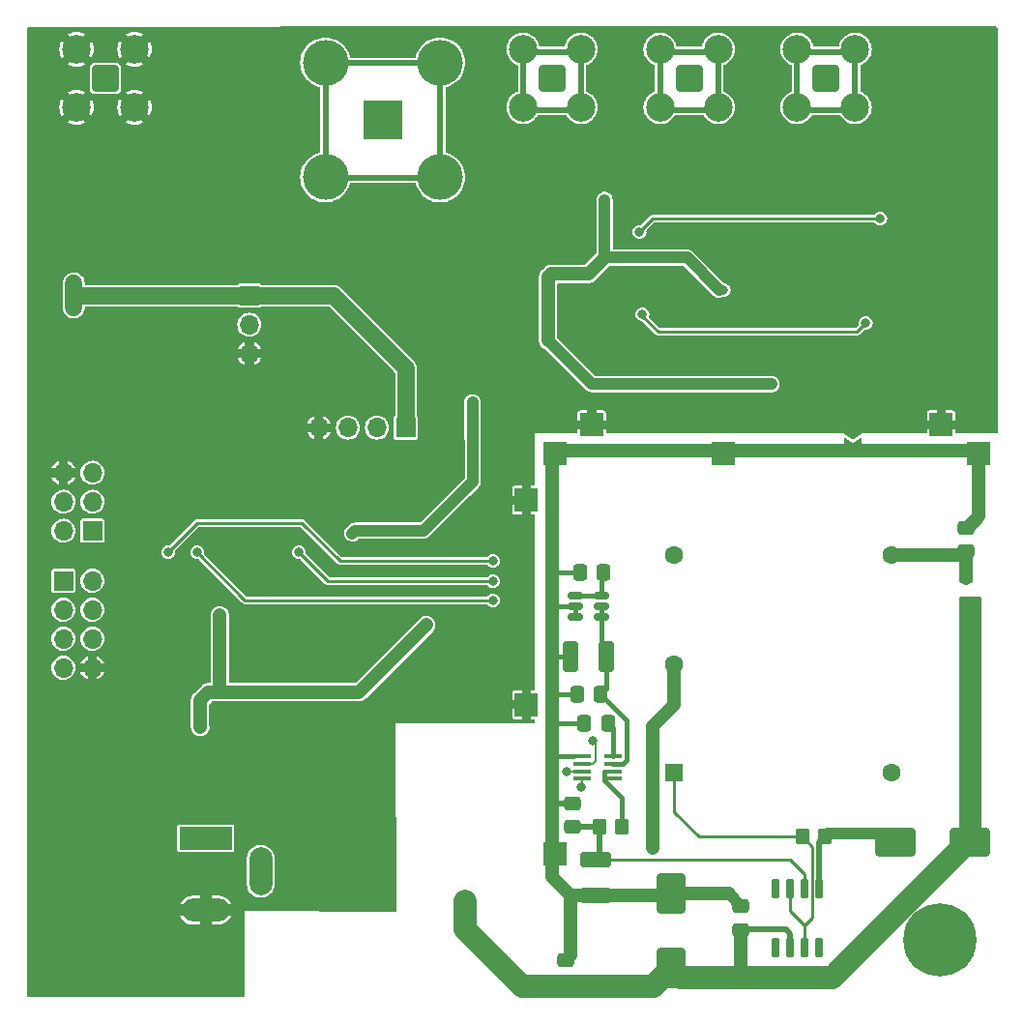
<source format=gbl>
G04 #@! TF.GenerationSoftware,KiCad,Pcbnew,7.0.11*
G04 #@! TF.CreationDate,2024-03-19T21:31:16+01:00*
G04 #@! TF.ProjectId,GPSDO,47505344-4f2e-46b6-9963-61645f706362,rev?*
G04 #@! TF.SameCoordinates,Original*
G04 #@! TF.FileFunction,Copper,L2,Bot*
G04 #@! TF.FilePolarity,Positive*
%FSLAX46Y46*%
G04 Gerber Fmt 4.6, Leading zero omitted, Abs format (unit mm)*
G04 Created by KiCad (PCBNEW 7.0.11) date 2024-03-19 21:31:16*
%MOMM*%
%LPD*%
G01*
G04 APERTURE LIST*
G04 Aperture macros list*
%AMRoundRect*
0 Rectangle with rounded corners*
0 $1 Rounding radius*
0 $2 $3 $4 $5 $6 $7 $8 $9 X,Y pos of 4 corners*
0 Add a 4 corners polygon primitive as box body*
4,1,4,$2,$3,$4,$5,$6,$7,$8,$9,$2,$3,0*
0 Add four circle primitives for the rounded corners*
1,1,$1+$1,$2,$3*
1,1,$1+$1,$4,$5*
1,1,$1+$1,$6,$7*
1,1,$1+$1,$8,$9*
0 Add four rect primitives between the rounded corners*
20,1,$1+$1,$2,$3,$4,$5,0*
20,1,$1+$1,$4,$5,$6,$7,0*
20,1,$1+$1,$6,$7,$8,$9,0*
20,1,$1+$1,$8,$9,$2,$3,0*%
%AMFreePoly0*
4,1,6,1.000000,0.000000,0.500000,-0.750000,-0.500000,-0.750000,-0.500000,0.750000,0.500000,0.750000,1.000000,0.000000,1.000000,0.000000,$1*%
%AMFreePoly1*
4,1,6,0.500000,-0.750000,-0.650000,-0.750000,-0.150000,0.000000,-0.650000,0.750000,0.500000,0.750000,0.500000,-0.750000,0.500000,-0.750000,$1*%
G04 Aperture macros list end*
G04 #@! TA.AperFunction,SMDPad,CuDef*
%ADD10FreePoly0,270.000000*%
G04 #@! TD*
G04 #@! TA.AperFunction,SMDPad,CuDef*
%ADD11FreePoly1,270.000000*%
G04 #@! TD*
G04 #@! TA.AperFunction,ComponentPad*
%ADD12R,2.000000X2.000000*%
G04 #@! TD*
G04 #@! TA.AperFunction,ComponentPad*
%ADD13RoundRect,0.200100X-0.949900X-0.949900X0.949900X-0.949900X0.949900X0.949900X-0.949900X0.949900X0*%
G04 #@! TD*
G04 #@! TA.AperFunction,ComponentPad*
%ADD14C,2.500000*%
G04 #@! TD*
G04 #@! TA.AperFunction,ComponentPad*
%ADD15R,3.500000X3.500000*%
G04 #@! TD*
G04 #@! TA.AperFunction,ComponentPad*
%ADD16C,4.000000*%
G04 #@! TD*
G04 #@! TA.AperFunction,ComponentPad*
%ADD17R,1.600000X1.600000*%
G04 #@! TD*
G04 #@! TA.AperFunction,ComponentPad*
%ADD18C,1.600000*%
G04 #@! TD*
G04 #@! TA.AperFunction,ComponentPad*
%ADD19R,1.700000X1.700000*%
G04 #@! TD*
G04 #@! TA.AperFunction,ComponentPad*
%ADD20O,1.700000X1.700000*%
G04 #@! TD*
G04 #@! TA.AperFunction,ComponentPad*
%ADD21C,0.800000*%
G04 #@! TD*
G04 #@! TA.AperFunction,ComponentPad*
%ADD22C,6.400000*%
G04 #@! TD*
G04 #@! TA.AperFunction,ComponentPad*
%ADD23R,4.600000X2.000000*%
G04 #@! TD*
G04 #@! TA.AperFunction,ComponentPad*
%ADD24O,4.200000X2.000000*%
G04 #@! TD*
G04 #@! TA.AperFunction,ComponentPad*
%ADD25O,2.000000X4.200000*%
G04 #@! TD*
G04 #@! TA.AperFunction,SMDPad,CuDef*
%ADD26RoundRect,0.250000X1.000000X-1.500000X1.000000X1.500000X-1.000000X1.500000X-1.000000X-1.500000X0*%
G04 #@! TD*
G04 #@! TA.AperFunction,SMDPad,CuDef*
%ADD27RoundRect,0.250000X0.475000X-0.337500X0.475000X0.337500X-0.475000X0.337500X-0.475000X-0.337500X0*%
G04 #@! TD*
G04 #@! TA.AperFunction,SMDPad,CuDef*
%ADD28RoundRect,0.250000X0.337500X0.475000X-0.337500X0.475000X-0.337500X-0.475000X0.337500X-0.475000X0*%
G04 #@! TD*
G04 #@! TA.AperFunction,SMDPad,CuDef*
%ADD29RoundRect,0.100000X0.680000X0.100000X-0.680000X0.100000X-0.680000X-0.100000X0.680000X-0.100000X0*%
G04 #@! TD*
G04 #@! TA.AperFunction,SMDPad,CuDef*
%ADD30RoundRect,0.250000X-1.100000X0.412500X-1.100000X-0.412500X1.100000X-0.412500X1.100000X0.412500X0*%
G04 #@! TD*
G04 #@! TA.AperFunction,SMDPad,CuDef*
%ADD31RoundRect,0.250000X-0.475000X0.337500X-0.475000X-0.337500X0.475000X-0.337500X0.475000X0.337500X0*%
G04 #@! TD*
G04 #@! TA.AperFunction,SMDPad,CuDef*
%ADD32RoundRect,0.250000X0.412500X1.100000X-0.412500X1.100000X-0.412500X-1.100000X0.412500X-1.100000X0*%
G04 #@! TD*
G04 #@! TA.AperFunction,SMDPad,CuDef*
%ADD33RoundRect,0.218750X0.381250X-0.218750X0.381250X0.218750X-0.381250X0.218750X-0.381250X-0.218750X0*%
G04 #@! TD*
G04 #@! TA.AperFunction,SMDPad,CuDef*
%ADD34RoundRect,0.250000X1.500000X1.000000X-1.500000X1.000000X-1.500000X-1.000000X1.500000X-1.000000X0*%
G04 #@! TD*
G04 #@! TA.AperFunction,SMDPad,CuDef*
%ADD35RoundRect,0.150000X-0.512500X-0.150000X0.512500X-0.150000X0.512500X0.150000X-0.512500X0.150000X0*%
G04 #@! TD*
G04 #@! TA.AperFunction,SMDPad,CuDef*
%ADD36RoundRect,0.250000X0.350000X0.450000X-0.350000X0.450000X-0.350000X-0.450000X0.350000X-0.450000X0*%
G04 #@! TD*
G04 #@! TA.AperFunction,SMDPad,CuDef*
%ADD37RoundRect,0.150000X-0.150000X0.725000X-0.150000X-0.725000X0.150000X-0.725000X0.150000X0.725000X0*%
G04 #@! TD*
G04 #@! TA.AperFunction,ViaPad*
%ADD38C,0.800000*%
G04 #@! TD*
G04 #@! TA.AperFunction,Conductor*
%ADD39C,2.000000*%
G04 #@! TD*
G04 #@! TA.AperFunction,Conductor*
%ADD40C,1.200000*%
G04 #@! TD*
G04 #@! TA.AperFunction,Conductor*
%ADD41C,0.400000*%
G04 #@! TD*
G04 #@! TA.AperFunction,Conductor*
%ADD42C,0.500000*%
G04 #@! TD*
G04 #@! TA.AperFunction,Conductor*
%ADD43C,1.000000*%
G04 #@! TD*
G04 #@! TA.AperFunction,Conductor*
%ADD44C,0.250000*%
G04 #@! TD*
G04 #@! TA.AperFunction,Conductor*
%ADD45C,1.500000*%
G04 #@! TD*
G04 #@! TA.AperFunction,Conductor*
%ADD46C,0.200000*%
G04 #@! TD*
G04 APERTURE END LIST*
D10*
X92303600Y-55205800D03*
D11*
X92303600Y-56655800D03*
D12*
X63754000Y-79375000D03*
X63754000Y-61468000D03*
D13*
X90000000Y-24525600D03*
D14*
X87460000Y-21985600D03*
X87460000Y-27065600D03*
X92540000Y-21985600D03*
X92540000Y-27065600D03*
D15*
X51181000Y-28176000D03*
D16*
X46156000Y-23151000D03*
X46156000Y-33201000D03*
X56206000Y-23151000D03*
X56206000Y-33201000D03*
D17*
X76708000Y-85344000D03*
D18*
X76708000Y-75819000D03*
X76708000Y-66294000D03*
X95758000Y-85344000D03*
X95758000Y-66294000D03*
D12*
X103378000Y-57404000D03*
X81026000Y-57404000D03*
D19*
X25760600Y-64145400D03*
D20*
X23220600Y-64145400D03*
X25760600Y-61605400D03*
X23220600Y-61605400D03*
X25760600Y-59065400D03*
X23220600Y-59065400D03*
D21*
X34557000Y-25019000D03*
X35259944Y-23321944D03*
X35259944Y-26716056D03*
X36957000Y-22619000D03*
D22*
X36957000Y-25019000D03*
D21*
X36957000Y-27419000D03*
X38654056Y-23321944D03*
X38654056Y-26716056D03*
X39357000Y-25019000D03*
D23*
X35687000Y-91059000D03*
D24*
X35687000Y-97359000D03*
D25*
X40487000Y-93959000D03*
D21*
X97600000Y-100000000D03*
X98302944Y-98302944D03*
X98302944Y-101697056D03*
X100000000Y-97600000D03*
D22*
X100000000Y-100000000D03*
D21*
X100000000Y-102400000D03*
X101697056Y-98302944D03*
X101697056Y-101697056D03*
X102400000Y-100000000D03*
D12*
X100076000Y-54864000D03*
D21*
X22492000Y-99949000D03*
X23194944Y-98251944D03*
X23194944Y-101646056D03*
X24892000Y-97549000D03*
D22*
X24892000Y-99949000D03*
D21*
X24892000Y-102349000D03*
X26589056Y-98251944D03*
X26589056Y-101646056D03*
X27292000Y-99949000D03*
D19*
X53203000Y-55118000D03*
D20*
X50663000Y-55118000D03*
X48123000Y-55118000D03*
X45583000Y-55118000D03*
D12*
X66294000Y-57404000D03*
D13*
X66000000Y-24525600D03*
D14*
X63460000Y-21985600D03*
X63460000Y-27065600D03*
X68540000Y-21985600D03*
X68540000Y-27065600D03*
D13*
X78000000Y-24525600D03*
D14*
X75460000Y-21985600D03*
X75460000Y-27065600D03*
X80540000Y-21985600D03*
X80540000Y-27065600D03*
D12*
X69469000Y-54864000D03*
D13*
X26908000Y-24525600D03*
D14*
X24368000Y-21985600D03*
X24368000Y-27065600D03*
X29448000Y-21985600D03*
X29448000Y-27065600D03*
D21*
X97549000Y-25019000D03*
X98251944Y-23321944D03*
X98251944Y-26716056D03*
X99949000Y-22619000D03*
D22*
X99949000Y-25019000D03*
D21*
X99949000Y-27419000D03*
X101646056Y-23321944D03*
X101646056Y-26716056D03*
X102349000Y-25019000D03*
D19*
X23215600Y-68529200D03*
D20*
X25755600Y-68529200D03*
X23215600Y-71069200D03*
X25755600Y-71069200D03*
X23215600Y-73609200D03*
X25755600Y-73609200D03*
X23215600Y-76149200D03*
X25755600Y-76149200D03*
D12*
X66294000Y-92456000D03*
D19*
X39497000Y-43561000D03*
D20*
X39497000Y-46101000D03*
X39497000Y-48641000D03*
D26*
X76454000Y-102437000D03*
X76454000Y-95937000D03*
D27*
X82550000Y-99081500D03*
X82550000Y-97006500D03*
D28*
X70887500Y-80967500D03*
X68812500Y-80967500D03*
X70252500Y-78486000D03*
X68177500Y-78486000D03*
D29*
X71327000Y-83892000D03*
X71327000Y-84542000D03*
X71327000Y-85202000D03*
X71327000Y-85852000D03*
X68627000Y-85852000D03*
X68627000Y-85202000D03*
X68627000Y-84542000D03*
X68627000Y-83892000D03*
D30*
X69850000Y-92925500D03*
X69850000Y-96050500D03*
D28*
X70506500Y-67818000D03*
X68431500Y-67818000D03*
D31*
X67183000Y-101705500D03*
X67183000Y-103780500D03*
D27*
X67818000Y-90064500D03*
X67818000Y-87989500D03*
D32*
X70777500Y-75184000D03*
X67652500Y-75184000D03*
D33*
X102235000Y-70404500D03*
X102235000Y-68279500D03*
D34*
X102564000Y-91440000D03*
X96064000Y-91440000D03*
D35*
X68077500Y-71689000D03*
X68077500Y-70739000D03*
X68077500Y-69789000D03*
X70352500Y-69789000D03*
X70352500Y-70739000D03*
X70352500Y-71689000D03*
D36*
X72120000Y-90043000D03*
X70120000Y-90043000D03*
D37*
X85598000Y-95469000D03*
X86868000Y-95469000D03*
X88138000Y-95469000D03*
X89408000Y-95469000D03*
X89408000Y-100619000D03*
X88138000Y-100619000D03*
X86868000Y-100619000D03*
X85598000Y-100619000D03*
D31*
X102235000Y-63859500D03*
X102235000Y-65934500D03*
D36*
X89900000Y-90932000D03*
X87900000Y-90932000D03*
D38*
X70993000Y-81026000D03*
X58420000Y-96621600D03*
X58420000Y-99060000D03*
X70485000Y-67818000D03*
X58420000Y-97790000D03*
X59182000Y-64135000D03*
X74803000Y-91059000D03*
X46990000Y-84988400D03*
X21945600Y-92710000D03*
X51562000Y-57658000D03*
X74803000Y-91948000D03*
X74828400Y-90170000D03*
X21945600Y-91643200D03*
X87122000Y-38557200D03*
X66151000Y-82550000D03*
X97078800Y-90830400D03*
X95123000Y-50927000D03*
X70612000Y-31750000D03*
X40005000Y-74930000D03*
X24130000Y-37439600D03*
X46990000Y-83820000D03*
X69138800Y-46837600D03*
X21945600Y-90373200D03*
X53594000Y-65786000D03*
X35204400Y-87985600D03*
X46990000Y-82651600D03*
X35204400Y-85598000D03*
X24130000Y-39319200D03*
X93472000Y-41503600D03*
X59055000Y-48768000D03*
X95859600Y-92252800D03*
X96469200Y-91541600D03*
X48006000Y-61722000D03*
X96012000Y-40487600D03*
X35179000Y-86741000D03*
X49911000Y-73025000D03*
X59029600Y-55016400D03*
X70612000Y-35179000D03*
X47319000Y-78232000D03*
X59029600Y-53975000D03*
X36905000Y-71531500D03*
X24130000Y-43535600D03*
X35204400Y-81330800D03*
X35204400Y-80162400D03*
X81026000Y-43053000D03*
X65913000Y-41656000D03*
X24130000Y-42418000D03*
X24130000Y-44653200D03*
X48514000Y-64389000D03*
X35179000Y-78994000D03*
X76327000Y-51308000D03*
X38937000Y-78284000D03*
X59029600Y-52882800D03*
X54991000Y-72390000D03*
X65659000Y-47498000D03*
X85242400Y-51308000D03*
X54737000Y-64135000D03*
X43840400Y-66040000D03*
X68580000Y-86614000D03*
X60833000Y-68580000D03*
X69596000Y-82550000D03*
X60833000Y-66802000D03*
X32385000Y-66040000D03*
X67239500Y-85217000D03*
X60833000Y-70231000D03*
X34925000Y-66040000D03*
X73660000Y-37973000D03*
X94742000Y-36830000D03*
X93472000Y-45974000D03*
X73914000Y-45212000D03*
D39*
X74891000Y-104000000D02*
X63398400Y-104000000D01*
D40*
X75110500Y-103780500D02*
X76454000Y-102437000D01*
D41*
X68077500Y-69789000D02*
X70352500Y-69789000D01*
D40*
X82677000Y-103251000D02*
X77268000Y-103251000D01*
X82550000Y-99081500D02*
X82550000Y-103124000D01*
D39*
X76454000Y-102437000D02*
X74891000Y-104000000D01*
D42*
X82571500Y-99060000D02*
X82550000Y-99081500D01*
X86868000Y-99441000D02*
X86868000Y-100619000D01*
X86487000Y-99060000D02*
X82571500Y-99060000D01*
D39*
X102564000Y-91440000D02*
X102337460Y-91440000D01*
D41*
X71327000Y-81407000D02*
X70887500Y-80967500D01*
D40*
X67183000Y-103780500D02*
X63140500Y-103780500D01*
X90043000Y-103251000D02*
X82677000Y-103251000D01*
D39*
X58420000Y-99060000D02*
X63140500Y-103780500D01*
X90526460Y-103251000D02*
X77268000Y-103251000D01*
X102337460Y-91440000D02*
X90526460Y-103251000D01*
D40*
X102564000Y-90730000D02*
X90043000Y-103251000D01*
X67183000Y-103780500D02*
X75110500Y-103780500D01*
D41*
X70352500Y-69789000D02*
X70352500Y-67950500D01*
D42*
X86868000Y-99441000D02*
X86487000Y-99060000D01*
D40*
X77268000Y-103251000D02*
X76454000Y-102437000D01*
D39*
X58420000Y-96621600D02*
X58420000Y-99060000D01*
D41*
X70352500Y-67950500D02*
X70485000Y-67818000D01*
D40*
X82550000Y-103124000D02*
X82677000Y-103251000D01*
D41*
X71327000Y-83892000D02*
X71327000Y-81407000D01*
X66167000Y-67818000D02*
X66040000Y-67691000D01*
X68077500Y-71689000D02*
X68077500Y-70739000D01*
D40*
X76708000Y-79375000D02*
X76708000Y-75819000D01*
D42*
X89408000Y-95469000D02*
X89408000Y-91424000D01*
D41*
X68077500Y-70739000D02*
X66167000Y-70739000D01*
X66222000Y-83892000D02*
X66040000Y-84074000D01*
D40*
X66040000Y-62865000D02*
X66040000Y-65024000D01*
X69850000Y-96050500D02*
X76340500Y-96050500D01*
X76454000Y-95937000D02*
X81480500Y-95937000D01*
X84328000Y-57150000D02*
X66040000Y-57150000D01*
D41*
X67652500Y-75184000D02*
X66421000Y-75184000D01*
D42*
X66188500Y-87989500D02*
X66040000Y-88138000D01*
D41*
X66294000Y-78486000D02*
X66040000Y-78232000D01*
D40*
X102235000Y-63859500D02*
X102383500Y-63859500D01*
X67602500Y-96050500D02*
X69850000Y-96050500D01*
X66040000Y-65024000D02*
X66040000Y-67691000D01*
X66040000Y-69723000D02*
X66040000Y-70612000D01*
D43*
X76340500Y-96050500D02*
X76454000Y-95937000D01*
D42*
X67818000Y-87989500D02*
X66188500Y-87989500D01*
X89408000Y-91424000D02*
X89900000Y-90932000D01*
D41*
X68224500Y-80967500D02*
X68166000Y-81026000D01*
D40*
X102383500Y-63859500D02*
X103378000Y-62865000D01*
X66040000Y-81788000D02*
X66040000Y-84074000D01*
D41*
X68166000Y-81026000D02*
X66040000Y-81026000D01*
D40*
X66040000Y-57150000D02*
X66040000Y-62865000D01*
X66040000Y-79756000D02*
X66040000Y-81026000D01*
X67602500Y-96050500D02*
X67602500Y-101286000D01*
X74803000Y-81280000D02*
X74803000Y-91948000D01*
X74803000Y-81280000D02*
X76708000Y-79375000D01*
X66040000Y-70612000D02*
X66040000Y-73025000D01*
D41*
X68177500Y-78486000D02*
X66294000Y-78486000D01*
D43*
X81480500Y-95937000D02*
X82550000Y-97006500D01*
D40*
X66040000Y-81026000D02*
X66040000Y-81788000D01*
X66040000Y-78232000D02*
X66040000Y-79756000D01*
X66040000Y-73025000D02*
X66040000Y-75565000D01*
D41*
X66421000Y-75184000D02*
X66040000Y-75565000D01*
D43*
X90154000Y-90678000D02*
X89900000Y-90932000D01*
D40*
X66040000Y-84074000D02*
X66040000Y-88138000D01*
X66040000Y-88138000D02*
X66040000Y-92329000D01*
X66040000Y-67691000D02*
X66040000Y-69723000D01*
D41*
X67912000Y-83892000D02*
X66222000Y-83892000D01*
D40*
X84328000Y-57150000D02*
X103632000Y-57150000D01*
X103378000Y-62865000D02*
X103378000Y-57404000D01*
D41*
X66167000Y-70739000D02*
X66040000Y-70612000D01*
D40*
X66040000Y-76835000D02*
X66040000Y-78232000D01*
X66040000Y-75565000D02*
X66040000Y-76835000D01*
D41*
X68431500Y-67818000D02*
X66167000Y-67818000D01*
D43*
X67602500Y-101286000D02*
X67183000Y-101705500D01*
D40*
X66040000Y-94488000D02*
X67602500Y-96050500D01*
X66040000Y-92329000D02*
X66040000Y-94488000D01*
D43*
X96064000Y-90678000D02*
X90154000Y-90678000D01*
D41*
X72507000Y-80740500D02*
X70252500Y-78486000D01*
X70352500Y-70739000D02*
X70352500Y-71689000D01*
X70777500Y-77961000D02*
X70252500Y-78486000D01*
X70352500Y-74759000D02*
X70777500Y-75184000D01*
X70777500Y-75184000D02*
X70777500Y-77961000D01*
X72507000Y-84258000D02*
X72507000Y-80740500D01*
X70352500Y-71689000D02*
X70352500Y-74759000D01*
X71327000Y-84542000D02*
X72223000Y-84542000D01*
X72223000Y-84542000D02*
X72507000Y-84258000D01*
D40*
X101875500Y-66294000D02*
X102235000Y-65934500D01*
X95758000Y-66294000D02*
X101875500Y-66294000D01*
X102235000Y-68279500D02*
X102235000Y-67056000D01*
X102235000Y-67056000D02*
X102235000Y-65934500D01*
D42*
X70098500Y-90064500D02*
X70120000Y-90043000D01*
D44*
X88138000Y-95469000D02*
X88138000Y-94234000D01*
D42*
X70120000Y-90043000D02*
X70120000Y-92655500D01*
X67818000Y-90064500D02*
X70098500Y-90064500D01*
X70120000Y-92655500D02*
X69850000Y-92925500D01*
D44*
X88138000Y-94234000D02*
X86829500Y-92925500D01*
X86829500Y-92925500D02*
X69850000Y-92925500D01*
D40*
X38937000Y-78284000D02*
X43382000Y-78284000D01*
X69215000Y-41656000D02*
X70612000Y-40259000D01*
D43*
X76327000Y-51308000D02*
X85242400Y-51308000D01*
D45*
X24130000Y-42468800D02*
X24130000Y-43561000D01*
X39497000Y-43561000D02*
X46863000Y-43561000D01*
D40*
X65659000Y-41910000D02*
X65913000Y-41656000D01*
X65659000Y-47498000D02*
X65659000Y-41910000D01*
D43*
X70637400Y-40233600D02*
X77825600Y-40233600D01*
D40*
X65913000Y-41656000D02*
X69215000Y-41656000D01*
D45*
X24130000Y-43561000D02*
X24130000Y-44602400D01*
D40*
X36905000Y-78257400D02*
X36931600Y-78284000D01*
D43*
X76327000Y-51308000D02*
X69469000Y-51308000D01*
X77825600Y-40233600D02*
X80645000Y-43053000D01*
D40*
X36931600Y-78284000D02*
X35889000Y-78284000D01*
D45*
X39497000Y-43561000D02*
X24130000Y-43561000D01*
D40*
X36905000Y-71531500D02*
X36905000Y-78257400D01*
X49097000Y-78284000D02*
X54991000Y-72390000D01*
X43382000Y-78284000D02*
X49097000Y-78284000D01*
X38937000Y-78284000D02*
X36931600Y-78284000D01*
D43*
X54737000Y-64135000D02*
X59055000Y-59817000D01*
X48768000Y-64135000D02*
X54737000Y-64135000D01*
X70612000Y-40259000D02*
X70612000Y-35179000D01*
X59055000Y-59817000D02*
X59029600Y-52882800D01*
X69469000Y-51308000D02*
X65659000Y-47498000D01*
X70612000Y-40259000D02*
X70637400Y-40233600D01*
X48514000Y-64389000D02*
X48768000Y-64135000D01*
D40*
X35889000Y-78284000D02*
X35179000Y-78994000D01*
D45*
X53203000Y-49921000D02*
X53203000Y-55118000D01*
X46863000Y-43561000D02*
X53213000Y-49911000D01*
D40*
X35179000Y-78994000D02*
X35179000Y-81305400D01*
X35179000Y-81305400D02*
X35204400Y-81330800D01*
D45*
X53213000Y-49911000D02*
X53203000Y-49921000D01*
D42*
X87460000Y-22225000D02*
X92540000Y-22225000D01*
X87460000Y-27305000D02*
X92540000Y-27305000D01*
X92540000Y-22225000D02*
X92540000Y-27305000D01*
X87460000Y-22225000D02*
X87460000Y-27305000D01*
D44*
X86868000Y-95469000D02*
X86868000Y-97409000D01*
X78867000Y-90932000D02*
X76708000Y-88773000D01*
X88138000Y-98679000D02*
X88138000Y-100619000D01*
X86868000Y-97409000D02*
X88138000Y-98679000D01*
X79248000Y-90932000D02*
X87900000Y-90932000D01*
X87900000Y-90932000D02*
X88773000Y-91805000D01*
X79248000Y-90932000D02*
X78867000Y-90932000D01*
X88773000Y-91805000D02*
X88773000Y-98044000D01*
X88773000Y-98044000D02*
X88138000Y-98679000D01*
X76708000Y-88773000D02*
X76708000Y-85344000D01*
D42*
X46156000Y-33219000D02*
X46156000Y-23169000D01*
X46156000Y-23169000D02*
X56206000Y-23169000D01*
X56206000Y-23169000D02*
X56206000Y-33219000D01*
X46156000Y-33219000D02*
X56206000Y-33219000D01*
D46*
X68627000Y-86567000D02*
X68580000Y-86614000D01*
D44*
X43840400Y-66040000D02*
X46380400Y-68580000D01*
X60833000Y-68580000D02*
X46482000Y-68580000D01*
D46*
X68627000Y-85852000D02*
X68627000Y-86567000D01*
D44*
X46380400Y-68580000D02*
X46482000Y-68580000D01*
X32385000Y-66014600D02*
X34950400Y-63449200D01*
D46*
X69850000Y-83439000D02*
X69850000Y-82804000D01*
D44*
X47447200Y-66802000D02*
X60833000Y-66802000D01*
D46*
X69607000Y-84542000D02*
X69850000Y-84299000D01*
X69850000Y-82804000D02*
X69596000Y-82550000D01*
D44*
X44094400Y-63449200D02*
X47447200Y-66802000D01*
X34950400Y-63449200D02*
X44094400Y-63449200D01*
D46*
X68627000Y-84542000D02*
X69607000Y-84542000D01*
D44*
X32385000Y-66040000D02*
X32385000Y-66014600D01*
D46*
X69850000Y-84299000D02*
X69850000Y-83439000D01*
D42*
X68540000Y-22225000D02*
X68540000Y-27305000D01*
X68540000Y-27305000D02*
X63460000Y-27305000D01*
X63460000Y-27305000D02*
X63460000Y-22225000D01*
X63460000Y-22225000D02*
X68540000Y-22225000D01*
D46*
X68627000Y-85202000D02*
X67254500Y-85202000D01*
D44*
X60833000Y-70231000D02*
X39116000Y-70231000D01*
X39116000Y-70231000D02*
X34925000Y-66040000D01*
D46*
X67254500Y-85202000D02*
X67239500Y-85217000D01*
D44*
X74803000Y-36830000D02*
X73660000Y-37973000D01*
X94742000Y-36830000D02*
X74803000Y-36830000D01*
D42*
X75460000Y-27305000D02*
X75460000Y-22225000D01*
X80540000Y-22225000D02*
X80540000Y-27305000D01*
X75460000Y-22225000D02*
X80540000Y-22225000D01*
X80540000Y-27305000D02*
X75460000Y-27305000D01*
D44*
X92710000Y-46736000D02*
X75311000Y-46736000D01*
X73914000Y-45339000D02*
X73914000Y-45212000D01*
X93472000Y-45974000D02*
X92710000Y-46736000D01*
X75311000Y-46736000D02*
X73914000Y-45339000D01*
D41*
X70612000Y-85202000D02*
X70612000Y-85852000D01*
X70612000Y-85979000D02*
X70612000Y-85852000D01*
X72120000Y-90043000D02*
X72120000Y-87487000D01*
X72120000Y-87487000D02*
X70612000Y-85979000D01*
G04 #@! TA.AperFunction,Conductor*
G36*
X104958691Y-20019407D02*
G01*
X104994655Y-20068907D01*
X104999500Y-20099500D01*
X104999500Y-55527000D01*
X104980593Y-55585191D01*
X104931093Y-55621155D01*
X104900500Y-55626000D01*
X101429000Y-55626000D01*
X101370809Y-55607093D01*
X101334845Y-55557593D01*
X101330000Y-55527000D01*
X101330000Y-55264001D01*
X101329999Y-55264000D01*
X100377897Y-55264000D01*
X100457761Y-55194798D01*
X100535493Y-55073844D01*
X100576000Y-54935889D01*
X100576000Y-54792111D01*
X100535493Y-54654156D01*
X100457761Y-54533202D01*
X100377895Y-54463999D01*
X100476000Y-54463999D01*
X100476001Y-54464000D01*
X101329998Y-54464000D01*
X101329999Y-54463999D01*
X101329999Y-53838987D01*
X101329998Y-53838977D01*
X101315263Y-53764895D01*
X101315262Y-53764892D01*
X101259125Y-53680878D01*
X101259121Y-53680874D01*
X101175106Y-53624736D01*
X101101019Y-53610000D01*
X100476001Y-53610000D01*
X100476000Y-53610001D01*
X100476000Y-54463999D01*
X100377895Y-54463999D01*
X100349100Y-54439048D01*
X100218315Y-54379320D01*
X100111763Y-54364000D01*
X100040237Y-54364000D01*
X99933685Y-54379320D01*
X99802900Y-54439048D01*
X99694239Y-54533202D01*
X99616507Y-54654156D01*
X99576000Y-54792111D01*
X99576000Y-54935889D01*
X99616507Y-55073844D01*
X99694239Y-55194798D01*
X99774103Y-55264000D01*
X98822002Y-55264000D01*
X98822001Y-55264001D01*
X98822001Y-55527000D01*
X98803094Y-55585191D01*
X98753594Y-55621155D01*
X98723001Y-55626000D01*
X70822000Y-55626000D01*
X70763809Y-55607093D01*
X70727845Y-55557593D01*
X70723000Y-55527000D01*
X70723000Y-55264001D01*
X70722999Y-55264000D01*
X69770897Y-55264000D01*
X69850761Y-55194798D01*
X69928493Y-55073844D01*
X69969000Y-54935889D01*
X69969000Y-54792111D01*
X69928493Y-54654156D01*
X69850761Y-54533202D01*
X69770895Y-54463999D01*
X69869000Y-54463999D01*
X69869001Y-54464000D01*
X70722998Y-54464000D01*
X70722999Y-54463999D01*
X98822000Y-54463999D01*
X98822001Y-54464000D01*
X99675999Y-54464000D01*
X99676000Y-54463999D01*
X99676000Y-53610001D01*
X99675999Y-53610000D01*
X99050986Y-53610000D01*
X99050977Y-53610001D01*
X98976895Y-53624736D01*
X98976892Y-53624737D01*
X98892878Y-53680874D01*
X98892874Y-53680878D01*
X98836736Y-53764893D01*
X98822000Y-53838980D01*
X98822000Y-54463999D01*
X70722999Y-54463999D01*
X70722999Y-53838987D01*
X70722998Y-53838977D01*
X70708263Y-53764895D01*
X70708262Y-53764892D01*
X70652125Y-53680878D01*
X70652121Y-53680874D01*
X70568106Y-53624736D01*
X70494019Y-53610000D01*
X69869001Y-53610000D01*
X69869000Y-53610001D01*
X69869000Y-54463999D01*
X69770895Y-54463999D01*
X69742100Y-54439048D01*
X69611315Y-54379320D01*
X69504763Y-54364000D01*
X69433237Y-54364000D01*
X69326685Y-54379320D01*
X69195900Y-54439048D01*
X69087239Y-54533202D01*
X69009507Y-54654156D01*
X68969000Y-54792111D01*
X68969000Y-54935889D01*
X69009507Y-55073844D01*
X69087239Y-55194798D01*
X69167103Y-55264000D01*
X68215002Y-55264000D01*
X68215001Y-55264001D01*
X68215001Y-55527000D01*
X68196094Y-55585191D01*
X68146594Y-55621155D01*
X68116001Y-55626000D01*
X64516000Y-55626000D01*
X64516000Y-55626001D01*
X64516000Y-60115000D01*
X64497093Y-60173191D01*
X64447593Y-60209155D01*
X64417000Y-60214000D01*
X64154001Y-60214000D01*
X64154000Y-60214001D01*
X64154000Y-61165582D01*
X64135761Y-61137202D01*
X64027100Y-61043048D01*
X63896315Y-60983320D01*
X63789763Y-60968000D01*
X63718237Y-60968000D01*
X63611685Y-60983320D01*
X63480900Y-61043048D01*
X63372239Y-61137202D01*
X63294507Y-61258156D01*
X63254000Y-61396111D01*
X63254000Y-61539889D01*
X63294507Y-61677844D01*
X63372239Y-61798798D01*
X63480900Y-61892952D01*
X63611685Y-61952680D01*
X63718237Y-61968000D01*
X63789763Y-61968000D01*
X63896315Y-61952680D01*
X64027100Y-61892952D01*
X64135761Y-61798798D01*
X64154000Y-61770417D01*
X64154000Y-62721998D01*
X64154001Y-62721999D01*
X64417000Y-62721999D01*
X64475191Y-62740906D01*
X64511155Y-62790406D01*
X64516000Y-62820999D01*
X64516000Y-78022000D01*
X64497093Y-78080191D01*
X64447593Y-78116155D01*
X64417000Y-78121000D01*
X64154001Y-78121000D01*
X64154000Y-78121001D01*
X64154000Y-79072582D01*
X64135761Y-79044202D01*
X64027100Y-78950048D01*
X63896315Y-78890320D01*
X63789763Y-78875000D01*
X63718237Y-78875000D01*
X63611685Y-78890320D01*
X63480900Y-78950048D01*
X63372239Y-79044202D01*
X63294507Y-79165156D01*
X63254000Y-79303111D01*
X63254000Y-79446889D01*
X63294507Y-79584844D01*
X63372239Y-79705798D01*
X63480900Y-79799952D01*
X63611685Y-79859680D01*
X63718237Y-79875000D01*
X63789763Y-79875000D01*
X63896315Y-79859680D01*
X64027100Y-79799952D01*
X64135761Y-79705798D01*
X64154000Y-79677417D01*
X64154000Y-80628998D01*
X64154001Y-80628999D01*
X64417000Y-80628999D01*
X64475191Y-80647906D01*
X64511155Y-80697406D01*
X64516000Y-80727999D01*
X64516000Y-80926586D01*
X64497093Y-80984777D01*
X64447593Y-81020741D01*
X64416588Y-81025585D01*
X52324000Y-80975199D01*
X52323999Y-80975200D01*
X52358657Y-97385645D01*
X52339872Y-97443875D01*
X52290448Y-97479944D01*
X52259278Y-97484853D01*
X39065200Y-97434399D01*
X39065200Y-104828924D01*
X39046293Y-104887115D01*
X38996793Y-104923079D01*
X38966726Y-104927923D01*
X25492563Y-104999499D01*
X25492037Y-104999500D01*
X20099500Y-104999500D01*
X20041309Y-104980593D01*
X20005345Y-104931093D01*
X20000500Y-104900500D01*
X20000500Y-97859000D01*
X33432025Y-97859000D01*
X33536216Y-98052618D01*
X33536219Y-98052624D01*
X33676947Y-98229091D01*
X33676955Y-98229099D01*
X33846938Y-98377608D01*
X33846941Y-98377610D01*
X34040709Y-98493382D01*
X34252032Y-98572693D01*
X34252043Y-98572696D01*
X34474131Y-98612998D01*
X34474144Y-98613000D01*
X35186999Y-98613000D01*
X35187000Y-98612999D01*
X35187000Y-97859001D01*
X35186999Y-97859000D01*
X36187001Y-97859000D01*
X36187000Y-97859001D01*
X36187000Y-98612999D01*
X36187001Y-98613000D01*
X36843316Y-98613000D01*
X36843339Y-98612998D01*
X37011814Y-98597835D01*
X37229393Y-98537787D01*
X37229410Y-98537781D01*
X37432773Y-98439847D01*
X37615391Y-98307167D01*
X37771376Y-98144021D01*
X37771376Y-98144020D01*
X37895732Y-97955629D01*
X37895735Y-97955625D01*
X37937034Y-97859000D01*
X36822763Y-97859000D01*
X36929315Y-97843680D01*
X37060100Y-97783952D01*
X37168761Y-97689798D01*
X37246493Y-97568844D01*
X37287000Y-97430889D01*
X37287000Y-97287111D01*
X37246493Y-97149156D01*
X37168761Y-97028202D01*
X37060100Y-96934048D01*
X36929315Y-96874320D01*
X36822763Y-96859000D01*
X37941974Y-96859000D01*
X37941974Y-96858999D01*
X37837783Y-96665381D01*
X37837780Y-96665375D01*
X37697052Y-96488908D01*
X37697044Y-96488900D01*
X37527061Y-96340391D01*
X37527058Y-96340389D01*
X37333290Y-96224617D01*
X37121967Y-96145306D01*
X37121956Y-96145303D01*
X36899868Y-96105001D01*
X36899856Y-96105000D01*
X36187001Y-96105000D01*
X36187000Y-96105001D01*
X36187000Y-96858999D01*
X36187001Y-96859000D01*
X35186999Y-96859000D01*
X35187000Y-96858999D01*
X35187000Y-96105001D01*
X35186999Y-96105000D01*
X34530684Y-96105000D01*
X34530660Y-96105001D01*
X34362185Y-96120164D01*
X34144606Y-96180212D01*
X34144589Y-96180218D01*
X33941226Y-96278152D01*
X33758608Y-96410832D01*
X33602623Y-96573978D01*
X33602623Y-96573979D01*
X33478267Y-96762370D01*
X33478264Y-96762374D01*
X33436966Y-96858999D01*
X33436967Y-96859000D01*
X34551237Y-96859000D01*
X34444685Y-96874320D01*
X34313900Y-96934048D01*
X34205239Y-97028202D01*
X34127507Y-97149156D01*
X34087000Y-97287111D01*
X34087000Y-97430889D01*
X34127507Y-97568844D01*
X34205239Y-97689798D01*
X34313900Y-97783952D01*
X34444685Y-97843680D01*
X34551237Y-97859000D01*
X33432025Y-97859000D01*
X20000500Y-97859000D01*
X20000500Y-95114503D01*
X39286500Y-95114503D01*
X39301885Y-95280536D01*
X39362771Y-95494528D01*
X39461942Y-95693689D01*
X39596019Y-95871236D01*
X39760438Y-96021124D01*
X39949599Y-96138247D01*
X40157060Y-96218618D01*
X40375757Y-96259500D01*
X40598243Y-96259500D01*
X40816940Y-96218618D01*
X41024401Y-96138247D01*
X41213562Y-96021124D01*
X41377981Y-95871236D01*
X41512058Y-95693689D01*
X41611229Y-95494528D01*
X41672115Y-95280536D01*
X41687500Y-95114503D01*
X41687500Y-92803497D01*
X41672115Y-92637464D01*
X41611229Y-92423472D01*
X41512058Y-92224311D01*
X41377981Y-92046764D01*
X41213562Y-91896876D01*
X41024401Y-91779753D01*
X40816940Y-91699382D01*
X40816939Y-91699381D01*
X40816937Y-91699381D01*
X40598243Y-91658500D01*
X40375757Y-91658500D01*
X40157062Y-91699381D01*
X40144752Y-91704150D01*
X39949599Y-91779753D01*
X39760438Y-91896876D01*
X39596020Y-92046763D01*
X39461943Y-92224309D01*
X39461938Y-92224318D01*
X39362772Y-92423469D01*
X39362771Y-92423472D01*
X39301885Y-92637464D01*
X39286500Y-92803497D01*
X39286500Y-95114503D01*
X20000500Y-95114503D01*
X20000500Y-92078746D01*
X33186500Y-92078746D01*
X33186501Y-92078758D01*
X33198132Y-92137227D01*
X33198134Y-92137233D01*
X33242445Y-92203548D01*
X33242448Y-92203552D01*
X33308769Y-92247867D01*
X33353231Y-92256711D01*
X33367241Y-92259498D01*
X33367246Y-92259498D01*
X33367252Y-92259500D01*
X33367253Y-92259500D01*
X38006747Y-92259500D01*
X38006748Y-92259500D01*
X38065231Y-92247867D01*
X38131552Y-92203552D01*
X38175867Y-92137231D01*
X38187500Y-92078748D01*
X38187500Y-90039252D01*
X38175867Y-89980769D01*
X38131552Y-89914448D01*
X38131548Y-89914445D01*
X38065233Y-89870134D01*
X38065231Y-89870133D01*
X38065228Y-89870132D01*
X38065227Y-89870132D01*
X38006758Y-89858501D01*
X38006748Y-89858500D01*
X33367252Y-89858500D01*
X33367251Y-89858500D01*
X33367241Y-89858501D01*
X33308772Y-89870132D01*
X33308766Y-89870134D01*
X33242451Y-89914445D01*
X33242445Y-89914451D01*
X33198134Y-89980766D01*
X33198132Y-89980772D01*
X33186501Y-90039241D01*
X33186500Y-90039253D01*
X33186500Y-92078746D01*
X20000500Y-92078746D01*
X20000500Y-81395595D01*
X34378500Y-81395595D01*
X34387329Y-81434282D01*
X34389188Y-81445223D01*
X34393630Y-81484649D01*
X34393632Y-81484656D01*
X34406735Y-81522103D01*
X34409807Y-81532766D01*
X34418640Y-81571461D01*
X34435856Y-81607211D01*
X34440104Y-81617466D01*
X34453211Y-81654924D01*
X34474325Y-81688525D01*
X34479689Y-81698231D01*
X34496909Y-81733987D01*
X34496910Y-81733988D01*
X34496910Y-81733990D01*
X34521643Y-81765002D01*
X34528069Y-81774058D01*
X34549184Y-81807662D01*
X34676738Y-81935216D01*
X34679920Y-81937215D01*
X34688968Y-81943634D01*
X34715705Y-81964956D01*
X34775812Y-82012891D01*
X34828640Y-82038331D01*
X34938339Y-82091160D01*
X34938341Y-82091160D01*
X34938342Y-82091161D01*
X35114206Y-82131300D01*
X35294594Y-82131300D01*
X35470457Y-82091161D01*
X35470457Y-82091160D01*
X35470461Y-82091160D01*
X35632987Y-82012891D01*
X35774020Y-81900420D01*
X35886491Y-81759387D01*
X35964760Y-81596861D01*
X36004900Y-81420994D01*
X36004900Y-81240606D01*
X35981982Y-81140193D01*
X35979500Y-81118164D01*
X35979500Y-80400022D01*
X62500001Y-80400022D01*
X62514736Y-80474104D01*
X62514737Y-80474107D01*
X62570874Y-80558121D01*
X62570878Y-80558125D01*
X62654893Y-80614263D01*
X62728981Y-80628999D01*
X63353998Y-80628999D01*
X63354000Y-80628998D01*
X63354000Y-79775001D01*
X63353999Y-79775000D01*
X62500002Y-79775000D01*
X62500001Y-79775001D01*
X62500001Y-80400022D01*
X35979500Y-80400022D01*
X35979500Y-79366586D01*
X35998407Y-79308395D01*
X36008496Y-79296582D01*
X36191582Y-79113496D01*
X36246099Y-79085719D01*
X36261586Y-79084500D01*
X49187191Y-79084500D01*
X49187194Y-79084500D01*
X49225893Y-79075667D01*
X49236810Y-79073812D01*
X49276255Y-79069368D01*
X49313718Y-79056258D01*
X49324373Y-79053190D01*
X49363054Y-79044362D01*
X49363055Y-79044361D01*
X49363061Y-79044360D01*
X49398819Y-79027139D01*
X49409051Y-79022900D01*
X49446522Y-79009789D01*
X49480125Y-78988673D01*
X49489826Y-78983311D01*
X49507088Y-78974999D01*
X62500000Y-78974999D01*
X62500001Y-78975000D01*
X63353999Y-78975000D01*
X63354000Y-78974999D01*
X63354000Y-78121001D01*
X63353999Y-78121000D01*
X62728986Y-78121000D01*
X62728977Y-78121001D01*
X62654895Y-78135736D01*
X62654892Y-78135737D01*
X62570878Y-78191874D01*
X62570874Y-78191878D01*
X62514736Y-78275893D01*
X62500000Y-78349980D01*
X62500000Y-78974999D01*
X49507088Y-78974999D01*
X49525587Y-78966091D01*
X49556607Y-78941351D01*
X49565660Y-78934929D01*
X49574917Y-78929112D01*
X49599262Y-78913816D01*
X49726816Y-78786262D01*
X55588826Y-72924252D01*
X55673092Y-72818586D01*
X55751360Y-72656061D01*
X55791500Y-72480194D01*
X55791500Y-72299806D01*
X55751360Y-72123939D01*
X55711517Y-72041204D01*
X55673093Y-71961413D01*
X55560624Y-71820383D01*
X55560621Y-71820379D01*
X55525252Y-71792173D01*
X55419586Y-71707906D01*
X55298428Y-71649561D01*
X55257061Y-71629640D01*
X55257058Y-71629639D01*
X55257055Y-71629638D01*
X55081194Y-71589500D01*
X54900806Y-71589500D01*
X54724944Y-71629638D01*
X54724937Y-71629641D01*
X54562415Y-71707906D01*
X54456749Y-71792173D01*
X48794418Y-77454504D01*
X48739901Y-77482281D01*
X48724414Y-77483500D01*
X37804500Y-77483500D01*
X37746309Y-77464593D01*
X37710345Y-77415093D01*
X37705500Y-77384500D01*
X37705500Y-71486546D01*
X37705499Y-71486529D01*
X37690369Y-71352250D01*
X37690366Y-71352238D01*
X37663384Y-71275129D01*
X37630789Y-71181978D01*
X37534816Y-71029238D01*
X37407262Y-70901684D01*
X37407259Y-70901682D01*
X37407258Y-70901681D01*
X37254523Y-70805711D01*
X37084261Y-70746133D01*
X37084257Y-70746132D01*
X36905000Y-70725935D01*
X36725742Y-70746132D01*
X36725738Y-70746133D01*
X36555477Y-70805711D01*
X36555476Y-70805711D01*
X36402741Y-70901681D01*
X36275181Y-71029241D01*
X36179211Y-71181976D01*
X36179211Y-71181977D01*
X36119633Y-71352238D01*
X36119630Y-71352250D01*
X36104500Y-71486529D01*
X36104500Y-77384500D01*
X36085593Y-77442691D01*
X36036093Y-77478655D01*
X36005500Y-77483500D01*
X35979195Y-77483500D01*
X35798806Y-77483500D01*
X35760105Y-77492332D01*
X35749177Y-77494188D01*
X35709750Y-77498630D01*
X35709744Y-77498632D01*
X35672286Y-77511738D01*
X35661625Y-77514809D01*
X35622936Y-77523640D01*
X35587186Y-77540856D01*
X35576935Y-77545102D01*
X35539480Y-77558209D01*
X35539477Y-77558210D01*
X35505872Y-77579324D01*
X35496163Y-77584690D01*
X35460418Y-77601905D01*
X35460406Y-77601913D01*
X35429385Y-77626651D01*
X35420334Y-77633073D01*
X35386740Y-77654182D01*
X35386738Y-77654184D01*
X35354749Y-77686173D01*
X34676738Y-78364184D01*
X34676737Y-78364183D01*
X34549184Y-78491737D01*
X34528070Y-78525340D01*
X34521647Y-78534391D01*
X34496910Y-78565410D01*
X34496906Y-78565416D01*
X34479692Y-78601160D01*
X34474326Y-78610869D01*
X34453214Y-78644472D01*
X34453208Y-78644483D01*
X34440103Y-78681932D01*
X34435858Y-78692182D01*
X34418640Y-78727938D01*
X34409809Y-78766625D01*
X34406738Y-78777286D01*
X34393632Y-78814744D01*
X34393630Y-78814750D01*
X34389188Y-78854177D01*
X34387332Y-78865105D01*
X34378500Y-78903806D01*
X34378500Y-78903809D01*
X34378500Y-81395595D01*
X20000500Y-81395595D01*
X20000500Y-76149203D01*
X22160017Y-76149203D01*
X22180298Y-76355129D01*
X22180299Y-76355134D01*
X22240368Y-76553154D01*
X22337916Y-76735652D01*
X22469185Y-76895604D01*
X22469190Y-76895610D01*
X22469195Y-76895614D01*
X22629147Y-77026883D01*
X22629148Y-77026883D01*
X22629150Y-77026885D01*
X22811646Y-77124432D01*
X22949597Y-77166278D01*
X23009665Y-77184500D01*
X23009670Y-77184501D01*
X23215597Y-77204783D01*
X23215600Y-77204783D01*
X23215603Y-77204783D01*
X23421529Y-77184501D01*
X23421534Y-77184500D01*
X23442345Y-77178187D01*
X23619554Y-77124432D01*
X23802050Y-77026885D01*
X23962010Y-76895610D01*
X24093285Y-76735650D01*
X24190832Y-76553154D01*
X24192031Y-76549200D01*
X24721592Y-76549200D01*
X24721739Y-76549717D01*
X24721740Y-76549721D01*
X24812935Y-76732863D01*
X24812940Y-76732872D01*
X24936240Y-76896147D01*
X25087443Y-77033987D01*
X25261394Y-77141692D01*
X25261396Y-77141693D01*
X25355599Y-77178187D01*
X25355600Y-77178187D01*
X26155600Y-77178187D01*
X26249803Y-77141693D01*
X26249805Y-77141692D01*
X26423756Y-77033987D01*
X26574959Y-76896147D01*
X26698259Y-76732872D01*
X26698264Y-76732863D01*
X26789459Y-76549721D01*
X26789460Y-76549717D01*
X26789608Y-76549200D01*
X26155601Y-76549200D01*
X26155600Y-76549201D01*
X26155600Y-77178187D01*
X25355600Y-77178187D01*
X25355600Y-76549201D01*
X25355599Y-76549200D01*
X24721592Y-76549200D01*
X24192031Y-76549200D01*
X24250900Y-76355134D01*
X24250901Y-76355129D01*
X24264103Y-76221089D01*
X25255600Y-76221089D01*
X25296107Y-76359044D01*
X25373839Y-76479998D01*
X25482500Y-76574152D01*
X25613285Y-76633880D01*
X25719837Y-76649200D01*
X25791363Y-76649200D01*
X25897915Y-76633880D01*
X26028700Y-76574152D01*
X26137361Y-76479998D01*
X26215093Y-76359044D01*
X26255600Y-76221089D01*
X26255600Y-76077311D01*
X26215093Y-75939356D01*
X26137361Y-75818402D01*
X26028700Y-75724248D01*
X25897915Y-75664520D01*
X25791363Y-75649200D01*
X25719837Y-75649200D01*
X25613285Y-75664520D01*
X25482500Y-75724248D01*
X25373839Y-75818402D01*
X25296107Y-75939356D01*
X25255600Y-76077311D01*
X25255600Y-76221089D01*
X24264103Y-76221089D01*
X24271183Y-76149203D01*
X24271183Y-76149196D01*
X24250901Y-75943270D01*
X24250900Y-75943265D01*
X24232678Y-75883197D01*
X24192031Y-75749199D01*
X24721591Y-75749199D01*
X24721592Y-75749200D01*
X25355599Y-75749200D01*
X25355600Y-75749199D01*
X25355600Y-75120211D01*
X26155600Y-75120211D01*
X26155600Y-75749199D01*
X26155601Y-75749200D01*
X26789608Y-75749200D01*
X26789608Y-75749199D01*
X26789460Y-75748682D01*
X26789459Y-75748678D01*
X26698264Y-75565536D01*
X26698259Y-75565527D01*
X26574959Y-75402252D01*
X26423756Y-75264412D01*
X26249806Y-75156708D01*
X26155600Y-75120211D01*
X25355600Y-75120211D01*
X25261393Y-75156708D01*
X25087443Y-75264412D01*
X24936240Y-75402252D01*
X24812940Y-75565527D01*
X24812935Y-75565536D01*
X24721740Y-75748678D01*
X24721739Y-75748682D01*
X24721591Y-75749199D01*
X24192031Y-75749199D01*
X24190832Y-75745246D01*
X24093285Y-75562750D01*
X23962010Y-75402790D01*
X23962004Y-75402785D01*
X23802052Y-75271516D01*
X23619554Y-75173968D01*
X23421534Y-75113899D01*
X23421529Y-75113898D01*
X23215603Y-75093617D01*
X23215597Y-75093617D01*
X23009670Y-75113898D01*
X23009665Y-75113899D01*
X22811645Y-75173968D01*
X22629147Y-75271516D01*
X22469195Y-75402785D01*
X22469185Y-75402795D01*
X22337916Y-75562747D01*
X22240368Y-75745245D01*
X22180299Y-75943265D01*
X22180298Y-75943270D01*
X22160017Y-76149196D01*
X22160017Y-76149203D01*
X20000500Y-76149203D01*
X20000500Y-73609203D01*
X22160017Y-73609203D01*
X22180298Y-73815129D01*
X22180299Y-73815134D01*
X22240368Y-74013154D01*
X22337916Y-74195652D01*
X22469185Y-74355604D01*
X22469190Y-74355610D01*
X22469195Y-74355614D01*
X22629147Y-74486883D01*
X22629148Y-74486883D01*
X22629150Y-74486885D01*
X22811646Y-74584432D01*
X22949597Y-74626278D01*
X23009665Y-74644500D01*
X23009670Y-74644501D01*
X23215597Y-74664783D01*
X23215600Y-74664783D01*
X23215603Y-74664783D01*
X23421529Y-74644501D01*
X23421534Y-74644500D01*
X23619554Y-74584432D01*
X23802050Y-74486885D01*
X23962010Y-74355610D01*
X24093285Y-74195650D01*
X24190832Y-74013154D01*
X24250900Y-73815134D01*
X24250901Y-73815129D01*
X24271183Y-73609203D01*
X24700017Y-73609203D01*
X24720298Y-73815129D01*
X24720299Y-73815134D01*
X24780368Y-74013154D01*
X24877916Y-74195652D01*
X25009185Y-74355604D01*
X25009190Y-74355610D01*
X25009195Y-74355614D01*
X25169147Y-74486883D01*
X25169148Y-74486883D01*
X25169150Y-74486885D01*
X25351646Y-74584432D01*
X25489597Y-74626278D01*
X25549665Y-74644500D01*
X25549670Y-74644501D01*
X25755597Y-74664783D01*
X25755600Y-74664783D01*
X25755603Y-74664783D01*
X25961529Y-74644501D01*
X25961534Y-74644500D01*
X26159554Y-74584432D01*
X26342050Y-74486885D01*
X26502010Y-74355610D01*
X26633285Y-74195650D01*
X26730832Y-74013154D01*
X26790900Y-73815134D01*
X26790901Y-73815129D01*
X26811183Y-73609203D01*
X26811183Y-73609196D01*
X26790901Y-73403270D01*
X26790900Y-73403265D01*
X26772678Y-73343197D01*
X26730832Y-73205246D01*
X26633285Y-73022750D01*
X26502010Y-72862790D01*
X26448145Y-72818584D01*
X26342052Y-72731516D01*
X26159554Y-72633968D01*
X25961534Y-72573899D01*
X25961529Y-72573898D01*
X25755603Y-72553617D01*
X25755597Y-72553617D01*
X25549670Y-72573898D01*
X25549665Y-72573899D01*
X25351645Y-72633968D01*
X25169147Y-72731516D01*
X25009195Y-72862785D01*
X25009185Y-72862795D01*
X24877916Y-73022747D01*
X24780368Y-73205245D01*
X24720299Y-73403265D01*
X24720298Y-73403270D01*
X24700017Y-73609196D01*
X24700017Y-73609203D01*
X24271183Y-73609203D01*
X24271183Y-73609196D01*
X24250901Y-73403270D01*
X24250900Y-73403265D01*
X24232678Y-73343197D01*
X24190832Y-73205246D01*
X24093285Y-73022750D01*
X23962010Y-72862790D01*
X23908145Y-72818584D01*
X23802052Y-72731516D01*
X23619554Y-72633968D01*
X23421534Y-72573899D01*
X23421529Y-72573898D01*
X23215603Y-72553617D01*
X23215597Y-72553617D01*
X23009670Y-72573898D01*
X23009665Y-72573899D01*
X22811645Y-72633968D01*
X22629147Y-72731516D01*
X22469195Y-72862785D01*
X22469185Y-72862795D01*
X22337916Y-73022747D01*
X22240368Y-73205245D01*
X22180299Y-73403265D01*
X22180298Y-73403270D01*
X22160017Y-73609196D01*
X22160017Y-73609203D01*
X20000500Y-73609203D01*
X20000500Y-71069203D01*
X22160017Y-71069203D01*
X22180298Y-71275129D01*
X22180299Y-71275134D01*
X22240368Y-71473154D01*
X22337916Y-71655652D01*
X22449956Y-71792173D01*
X22469190Y-71815610D01*
X22469195Y-71815614D01*
X22629147Y-71946883D01*
X22629148Y-71946883D01*
X22629150Y-71946885D01*
X22811646Y-72044432D01*
X22949597Y-72086278D01*
X23009665Y-72104500D01*
X23009670Y-72104501D01*
X23215597Y-72124783D01*
X23215600Y-72124783D01*
X23215603Y-72124783D01*
X23421529Y-72104501D01*
X23421534Y-72104500D01*
X23619554Y-72044432D01*
X23802050Y-71946885D01*
X23962010Y-71815610D01*
X24093285Y-71655650D01*
X24190832Y-71473154D01*
X24250900Y-71275134D01*
X24250901Y-71275129D01*
X24271183Y-71069203D01*
X24700017Y-71069203D01*
X24720298Y-71275129D01*
X24720299Y-71275134D01*
X24780368Y-71473154D01*
X24877916Y-71655652D01*
X24989956Y-71792173D01*
X25009190Y-71815610D01*
X25009195Y-71815614D01*
X25169147Y-71946883D01*
X25169148Y-71946883D01*
X25169150Y-71946885D01*
X25351646Y-72044432D01*
X25489597Y-72086278D01*
X25549665Y-72104500D01*
X25549670Y-72104501D01*
X25755597Y-72124783D01*
X25755600Y-72124783D01*
X25755603Y-72124783D01*
X25961529Y-72104501D01*
X25961534Y-72104500D01*
X26159554Y-72044432D01*
X26342050Y-71946885D01*
X26502010Y-71815610D01*
X26633285Y-71655650D01*
X26730832Y-71473154D01*
X26790900Y-71275134D01*
X26790901Y-71275129D01*
X26811183Y-71069203D01*
X26811183Y-71069196D01*
X26790901Y-70863270D01*
X26790900Y-70863265D01*
X26758221Y-70755536D01*
X26730832Y-70665246D01*
X26633285Y-70482750D01*
X26502010Y-70322790D01*
X26386749Y-70228198D01*
X26342052Y-70191516D01*
X26159554Y-70093968D01*
X25961534Y-70033899D01*
X25961529Y-70033898D01*
X25755603Y-70013617D01*
X25755597Y-70013617D01*
X25549670Y-70033898D01*
X25549665Y-70033899D01*
X25351645Y-70093968D01*
X25169147Y-70191516D01*
X25009195Y-70322785D01*
X25009185Y-70322795D01*
X24877916Y-70482747D01*
X24780368Y-70665245D01*
X24720299Y-70863265D01*
X24720298Y-70863270D01*
X24700017Y-71069196D01*
X24700017Y-71069203D01*
X24271183Y-71069203D01*
X24271183Y-71069196D01*
X24250901Y-70863270D01*
X24250900Y-70863265D01*
X24218221Y-70755536D01*
X24190832Y-70665246D01*
X24093285Y-70482750D01*
X23962010Y-70322790D01*
X23846749Y-70228198D01*
X23802052Y-70191516D01*
X23619554Y-70093968D01*
X23421534Y-70033899D01*
X23421529Y-70033898D01*
X23215603Y-70013617D01*
X23215597Y-70013617D01*
X23009670Y-70033898D01*
X23009665Y-70033899D01*
X22811645Y-70093968D01*
X22629147Y-70191516D01*
X22469195Y-70322785D01*
X22469185Y-70322795D01*
X22337916Y-70482747D01*
X22240368Y-70665245D01*
X22180299Y-70863265D01*
X22180298Y-70863270D01*
X22160017Y-71069196D01*
X22160017Y-71069203D01*
X20000500Y-71069203D01*
X20000500Y-69398946D01*
X22165100Y-69398946D01*
X22165101Y-69398958D01*
X22176732Y-69457427D01*
X22176734Y-69457433D01*
X22221045Y-69523748D01*
X22221048Y-69523752D01*
X22287369Y-69568067D01*
X22331831Y-69576911D01*
X22345841Y-69579698D01*
X22345846Y-69579698D01*
X22345852Y-69579700D01*
X22345853Y-69579700D01*
X24085347Y-69579700D01*
X24085348Y-69579700D01*
X24143831Y-69568067D01*
X24210152Y-69523752D01*
X24254467Y-69457431D01*
X24266100Y-69398948D01*
X24266100Y-68529203D01*
X24700017Y-68529203D01*
X24720298Y-68735129D01*
X24720299Y-68735134D01*
X24780368Y-68933154D01*
X24877916Y-69115652D01*
X24918451Y-69165044D01*
X25009190Y-69275610D01*
X25009195Y-69275614D01*
X25169147Y-69406883D01*
X25169148Y-69406883D01*
X25169150Y-69406885D01*
X25351646Y-69504432D01*
X25461011Y-69537607D01*
X25549665Y-69564500D01*
X25549670Y-69564501D01*
X25755597Y-69584783D01*
X25755600Y-69584783D01*
X25755603Y-69584783D01*
X25961529Y-69564501D01*
X25961534Y-69564500D01*
X26159554Y-69504432D01*
X26342050Y-69406885D01*
X26502010Y-69275610D01*
X26633285Y-69115650D01*
X26730832Y-68933154D01*
X26790900Y-68735134D01*
X26790901Y-68735129D01*
X26811183Y-68529203D01*
X26811183Y-68529196D01*
X26790901Y-68323270D01*
X26790900Y-68323265D01*
X26764305Y-68235593D01*
X26730832Y-68125246D01*
X26633285Y-67942750D01*
X26502010Y-67782790D01*
X26351723Y-67659453D01*
X26342052Y-67651516D01*
X26159554Y-67553968D01*
X25961534Y-67493899D01*
X25961529Y-67493898D01*
X25755603Y-67473617D01*
X25755597Y-67473617D01*
X25549670Y-67493898D01*
X25549665Y-67493899D01*
X25351645Y-67553968D01*
X25169147Y-67651516D01*
X25009195Y-67782785D01*
X25009185Y-67782795D01*
X24877916Y-67942747D01*
X24780368Y-68125245D01*
X24720299Y-68323265D01*
X24720298Y-68323270D01*
X24700017Y-68529196D01*
X24700017Y-68529203D01*
X24266100Y-68529203D01*
X24266100Y-67659452D01*
X24264521Y-67651516D01*
X24263311Y-67645431D01*
X24254467Y-67600969D01*
X24210152Y-67534648D01*
X24210148Y-67534645D01*
X24143833Y-67490334D01*
X24143831Y-67490333D01*
X24143828Y-67490332D01*
X24143827Y-67490332D01*
X24085358Y-67478701D01*
X24085348Y-67478700D01*
X22345852Y-67478700D01*
X22345851Y-67478700D01*
X22345841Y-67478701D01*
X22287372Y-67490332D01*
X22287366Y-67490334D01*
X22221051Y-67534645D01*
X22221045Y-67534651D01*
X22176734Y-67600966D01*
X22176732Y-67600972D01*
X22165101Y-67659441D01*
X22165100Y-67659453D01*
X22165100Y-69398946D01*
X20000500Y-69398946D01*
X20000500Y-66040000D01*
X31779318Y-66040000D01*
X31799955Y-66196758D01*
X31799957Y-66196766D01*
X31860462Y-66342838D01*
X31860462Y-66342839D01*
X31948516Y-66457593D01*
X31956718Y-66468282D01*
X31956722Y-66468285D01*
X31956723Y-66468286D01*
X31967428Y-66476500D01*
X32082159Y-66564536D01*
X32228238Y-66625044D01*
X32345809Y-66640522D01*
X32384999Y-66645682D01*
X32385000Y-66645682D01*
X32385001Y-66645682D01*
X32416352Y-66641554D01*
X32541762Y-66625044D01*
X32687841Y-66564536D01*
X32813282Y-66468282D01*
X32909536Y-66342841D01*
X32970044Y-66196762D01*
X32990682Y-66040000D01*
X34319318Y-66040000D01*
X34339955Y-66196758D01*
X34339957Y-66196766D01*
X34400462Y-66342838D01*
X34400462Y-66342839D01*
X34488516Y-66457593D01*
X34496718Y-66468282D01*
X34496722Y-66468285D01*
X34496723Y-66468286D01*
X34507428Y-66476500D01*
X34622159Y-66564536D01*
X34768238Y-66625044D01*
X34925000Y-66645682D01*
X35005041Y-66635143D01*
X35065199Y-66646292D01*
X35087966Y-66663292D01*
X38872730Y-70448056D01*
X38878564Y-70454423D01*
X38903545Y-70484194D01*
X38937209Y-70503630D01*
X38944482Y-70508264D01*
X38965173Y-70522752D01*
X38976316Y-70530554D01*
X38977767Y-70530942D01*
X39001659Y-70540840D01*
X39002954Y-70541588D01*
X39041220Y-70548335D01*
X39049652Y-70550204D01*
X39087193Y-70560264D01*
X39125905Y-70556876D01*
X39134534Y-70556500D01*
X60277030Y-70556500D01*
X60335221Y-70575407D01*
X60355570Y-70595231D01*
X60404718Y-70659282D01*
X60530159Y-70755536D01*
X60676238Y-70816044D01*
X60793809Y-70831522D01*
X60832999Y-70836682D01*
X60833000Y-70836682D01*
X60833001Y-70836682D01*
X60864352Y-70832554D01*
X60989762Y-70816044D01*
X61135841Y-70755536D01*
X61261282Y-70659282D01*
X61357536Y-70533841D01*
X61418044Y-70387762D01*
X61438682Y-70231000D01*
X61418044Y-70074238D01*
X61404025Y-70040393D01*
X61357537Y-69928161D01*
X61357537Y-69928160D01*
X61261286Y-69802723D01*
X61261285Y-69802722D01*
X61261282Y-69802718D01*
X61261277Y-69802714D01*
X61261276Y-69802713D01*
X61158207Y-69723626D01*
X61135841Y-69706464D01*
X61135840Y-69706463D01*
X61135838Y-69706462D01*
X60989766Y-69645957D01*
X60989758Y-69645955D01*
X60833001Y-69625318D01*
X60832999Y-69625318D01*
X60676241Y-69645955D01*
X60676233Y-69645957D01*
X60530161Y-69706462D01*
X60530160Y-69706462D01*
X60404723Y-69802713D01*
X60404714Y-69802722D01*
X60355572Y-69866767D01*
X60305148Y-69901423D01*
X60277030Y-69905500D01*
X39291834Y-69905500D01*
X39233643Y-69886593D01*
X39221830Y-69876504D01*
X35548292Y-66202966D01*
X35520515Y-66148449D01*
X35520143Y-66120046D01*
X35530682Y-66040000D01*
X43234718Y-66040000D01*
X43255355Y-66196758D01*
X43255357Y-66196766D01*
X43315862Y-66342838D01*
X43315862Y-66342839D01*
X43403916Y-66457593D01*
X43412118Y-66468282D01*
X43412122Y-66468285D01*
X43412123Y-66468286D01*
X43422828Y-66476500D01*
X43537559Y-66564536D01*
X43683638Y-66625044D01*
X43840400Y-66645682D01*
X43920441Y-66635143D01*
X43980599Y-66646292D01*
X44003366Y-66663292D01*
X46137141Y-68797068D01*
X46142965Y-68803424D01*
X46167945Y-68833194D01*
X46201609Y-68852629D01*
X46208880Y-68857261D01*
X46240716Y-68879553D01*
X46242166Y-68879941D01*
X46266049Y-68889834D01*
X46267355Y-68890588D01*
X46305634Y-68897337D01*
X46314058Y-68899205D01*
X46351593Y-68909263D01*
X46390297Y-68905877D01*
X46398925Y-68905500D01*
X46453525Y-68905500D01*
X60277030Y-68905500D01*
X60335221Y-68924407D01*
X60355570Y-68944231D01*
X60404718Y-69008282D01*
X60530159Y-69104536D01*
X60530160Y-69104536D01*
X60530161Y-69104537D01*
X60556995Y-69115652D01*
X60676238Y-69165044D01*
X60793809Y-69180522D01*
X60832999Y-69185682D01*
X60833000Y-69185682D01*
X60833001Y-69185682D01*
X60864352Y-69181554D01*
X60989762Y-69165044D01*
X61135841Y-69104536D01*
X61261282Y-69008282D01*
X61357536Y-68882841D01*
X61418044Y-68736762D01*
X61438682Y-68580000D01*
X61418044Y-68423238D01*
X61357537Y-68277161D01*
X61357537Y-68277160D01*
X61261286Y-68151723D01*
X61261285Y-68151722D01*
X61261282Y-68151718D01*
X61261277Y-68151714D01*
X61261276Y-68151713D01*
X61135838Y-68055462D01*
X60989766Y-67994957D01*
X60989758Y-67994955D01*
X60833001Y-67974318D01*
X60832999Y-67974318D01*
X60676241Y-67994955D01*
X60676233Y-67994957D01*
X60530161Y-68055462D01*
X60530160Y-68055462D01*
X60404723Y-68151713D01*
X60404714Y-68151722D01*
X60355572Y-68215767D01*
X60305148Y-68250423D01*
X60277030Y-68254500D01*
X46556235Y-68254500D01*
X46498044Y-68235593D01*
X46486231Y-68225504D01*
X44463692Y-66202966D01*
X44435915Y-66148449D01*
X44435543Y-66120046D01*
X44446082Y-66040000D01*
X44425444Y-65883238D01*
X44364937Y-65737161D01*
X44364937Y-65737160D01*
X44268686Y-65611723D01*
X44268685Y-65611722D01*
X44268682Y-65611718D01*
X44268677Y-65611714D01*
X44268676Y-65611713D01*
X44143238Y-65515462D01*
X43997166Y-65454957D01*
X43997158Y-65454955D01*
X43840401Y-65434318D01*
X43840399Y-65434318D01*
X43683641Y-65454955D01*
X43683633Y-65454957D01*
X43537561Y-65515462D01*
X43537560Y-65515462D01*
X43412123Y-65611713D01*
X43412113Y-65611723D01*
X43315862Y-65737160D01*
X43315862Y-65737161D01*
X43255357Y-65883233D01*
X43255355Y-65883241D01*
X43234718Y-66039999D01*
X43234718Y-66040000D01*
X35530682Y-66040000D01*
X35510044Y-65883238D01*
X35449537Y-65737161D01*
X35449537Y-65737160D01*
X35353286Y-65611723D01*
X35353285Y-65611722D01*
X35353282Y-65611718D01*
X35353277Y-65611714D01*
X35353276Y-65611713D01*
X35227838Y-65515462D01*
X35081766Y-65454957D01*
X35081758Y-65454955D01*
X34925001Y-65434318D01*
X34924999Y-65434318D01*
X34768241Y-65454955D01*
X34768233Y-65454957D01*
X34622161Y-65515462D01*
X34622160Y-65515462D01*
X34496723Y-65611713D01*
X34496713Y-65611723D01*
X34400462Y-65737160D01*
X34400462Y-65737161D01*
X34339957Y-65883233D01*
X34339955Y-65883241D01*
X34319318Y-66039999D01*
X34319318Y-66040000D01*
X32990682Y-66040000D01*
X32977188Y-65937511D01*
X32988338Y-65877353D01*
X33005333Y-65854591D01*
X35056231Y-63803696D01*
X35110748Y-63775919D01*
X35126235Y-63774700D01*
X43918566Y-63774700D01*
X43976757Y-63793607D01*
X43988570Y-63803696D01*
X47203941Y-67019068D01*
X47209765Y-67025424D01*
X47234745Y-67055194D01*
X47268408Y-67074629D01*
X47275673Y-67079257D01*
X47307516Y-67101554D01*
X47308967Y-67101942D01*
X47332859Y-67111840D01*
X47334154Y-67112588D01*
X47345390Y-67114568D01*
X47372433Y-67119337D01*
X47380842Y-67121201D01*
X47418393Y-67131263D01*
X47418394Y-67131262D01*
X47418394Y-67131263D01*
X47457097Y-67127877D01*
X47465725Y-67127500D01*
X60277030Y-67127500D01*
X60335221Y-67146407D01*
X60355570Y-67166231D01*
X60404718Y-67230282D01*
X60530159Y-67326536D01*
X60676238Y-67387044D01*
X60793809Y-67402522D01*
X60832999Y-67407682D01*
X60833000Y-67407682D01*
X60833001Y-67407682D01*
X60864352Y-67403554D01*
X60989762Y-67387044D01*
X61135841Y-67326536D01*
X61261282Y-67230282D01*
X61357536Y-67104841D01*
X61418044Y-66958762D01*
X61438682Y-66802000D01*
X61418044Y-66645238D01*
X61395002Y-66589610D01*
X61357537Y-66499161D01*
X61357537Y-66499160D01*
X61261286Y-66373723D01*
X61261285Y-66373722D01*
X61261282Y-66373718D01*
X61261277Y-66373714D01*
X61261276Y-66373713D01*
X61135838Y-66277462D01*
X60989766Y-66216957D01*
X60989758Y-66216955D01*
X60833001Y-66196318D01*
X60832999Y-66196318D01*
X60676241Y-66216955D01*
X60676233Y-66216957D01*
X60530161Y-66277462D01*
X60530160Y-66277462D01*
X60404723Y-66373713D01*
X60404714Y-66373722D01*
X60355572Y-66437767D01*
X60305148Y-66472423D01*
X60277030Y-66476500D01*
X47623035Y-66476500D01*
X47564844Y-66457593D01*
X47553031Y-66447504D01*
X45451918Y-64346392D01*
X47809641Y-64346392D01*
X47819913Y-64516191D01*
X47819913Y-64516193D01*
X47819914Y-64516196D01*
X47842570Y-64588904D01*
X47870521Y-64678605D01*
X47870522Y-64678607D01*
X47919617Y-64759819D01*
X47958528Y-64824185D01*
X48078815Y-64944472D01*
X48158888Y-64992878D01*
X48195723Y-65015146D01*
X48224394Y-65032478D01*
X48386804Y-65083086D01*
X48556606Y-65093358D01*
X48556606Y-65093357D01*
X48556607Y-65093358D01*
X48590071Y-65087225D01*
X48723932Y-65062695D01*
X48879057Y-64992878D01*
X48979367Y-64914290D01*
X49004267Y-64889390D01*
X49029162Y-64864496D01*
X49083679Y-64836719D01*
X49099165Y-64835500D01*
X54712845Y-64835500D01*
X54718822Y-64835680D01*
X54735982Y-64836719D01*
X54779605Y-64839358D01*
X54779605Y-64839357D01*
X54779606Y-64839358D01*
X54839539Y-64828374D01*
X54845419Y-64827479D01*
X54905872Y-64820140D01*
X54917462Y-64815744D01*
X54934725Y-64810931D01*
X54946932Y-64808695D01*
X55002487Y-64783690D01*
X55008003Y-64781407D01*
X55009896Y-64780689D01*
X55064930Y-64759818D01*
X55075142Y-64752768D01*
X55090750Y-64743965D01*
X55102057Y-64738878D01*
X55102057Y-64738877D01*
X55102059Y-64738877D01*
X55149995Y-64701321D01*
X55154813Y-64697775D01*
X55204929Y-64663183D01*
X55245312Y-64617598D01*
X55249378Y-64613277D01*
X57369634Y-62493022D01*
X62500001Y-62493022D01*
X62514736Y-62567104D01*
X62514737Y-62567107D01*
X62570874Y-62651121D01*
X62570878Y-62651125D01*
X62654893Y-62707263D01*
X62728981Y-62721999D01*
X63353998Y-62721999D01*
X63354000Y-62721998D01*
X63354000Y-61868001D01*
X63353999Y-61868000D01*
X62500002Y-61868000D01*
X62500001Y-61868001D01*
X62500001Y-62493022D01*
X57369634Y-62493022D01*
X58794657Y-61067999D01*
X62500000Y-61067999D01*
X62500001Y-61068000D01*
X63353999Y-61068000D01*
X63354000Y-61067999D01*
X63354000Y-60214001D01*
X63353999Y-60214000D01*
X62728986Y-60214000D01*
X62728977Y-60214001D01*
X62654895Y-60228736D01*
X62654892Y-60228737D01*
X62570878Y-60284874D01*
X62570874Y-60284878D01*
X62514736Y-60368893D01*
X62500000Y-60442980D01*
X62500000Y-61067999D01*
X58794657Y-61067999D01*
X59534312Y-60328344D01*
X59538360Y-60324520D01*
X59584893Y-60282992D01*
X59618484Y-60233941D01*
X59622230Y-60228833D01*
X59622306Y-60228736D01*
X59658878Y-60182057D01*
X59664573Y-60169401D01*
X59673168Y-60154096D01*
X59681015Y-60142640D01*
X59701897Y-60086959D01*
X59704302Y-60081128D01*
X59728691Y-60026938D01*
X59728694Y-60026932D01*
X59731195Y-60013279D01*
X59735877Y-59996361D01*
X59740754Y-59983362D01*
X59747704Y-59924312D01*
X59748638Y-59918090D01*
X59759357Y-59859606D01*
X59755591Y-59797347D01*
X59755412Y-59791784D01*
X59735896Y-54463999D01*
X68215000Y-54463999D01*
X68215001Y-54464000D01*
X69068999Y-54464000D01*
X69069000Y-54463999D01*
X69069000Y-53610001D01*
X69068999Y-53610000D01*
X68443986Y-53610000D01*
X68443977Y-53610001D01*
X68369895Y-53624736D01*
X68369892Y-53624737D01*
X68285878Y-53680874D01*
X68285874Y-53680878D01*
X68229736Y-53764893D01*
X68215000Y-53838980D01*
X68215000Y-54463999D01*
X59735896Y-54463999D01*
X59729940Y-52837862D01*
X59714117Y-52711419D01*
X59653213Y-52552584D01*
X59556065Y-52412939D01*
X59428322Y-52300602D01*
X59277407Y-52222098D01*
X59112090Y-52181993D01*
X59112088Y-52181993D01*
X59112084Y-52181992D01*
X58943191Y-52182611D01*
X58941979Y-52182616D01*
X58776960Y-52223931D01*
X58776958Y-52223931D01*
X58776955Y-52223933D01*
X58626624Y-52303536D01*
X58499706Y-52416809D01*
X58403583Y-52557163D01*
X58343845Y-52716439D01*
X58328949Y-52842988D01*
X58328948Y-52842997D01*
X58353285Y-59486685D01*
X58334591Y-59544945D01*
X58324290Y-59557052D01*
X54475839Y-63405504D01*
X54421322Y-63433281D01*
X54405835Y-63434500D01*
X48792144Y-63434500D01*
X48786167Y-63434319D01*
X48783841Y-63434178D01*
X48725394Y-63430642D01*
X48665484Y-63441620D01*
X48659577Y-63442519D01*
X48599124Y-63449860D01*
X48587522Y-63454260D01*
X48570271Y-63459069D01*
X48558070Y-63461305D01*
X48558063Y-63461307D01*
X48502533Y-63486299D01*
X48497009Y-63488587D01*
X48440070Y-63510181D01*
X48440067Y-63510182D01*
X48429852Y-63517233D01*
X48414260Y-63526027D01*
X48402947Y-63531119D01*
X48402942Y-63531122D01*
X48355000Y-63568681D01*
X48350187Y-63572222D01*
X48300073Y-63606814D01*
X48300071Y-63606816D01*
X48259687Y-63652399D01*
X48255590Y-63656751D01*
X47988715Y-63923627D01*
X47988705Y-63923639D01*
X47910122Y-64023943D01*
X47840305Y-64179066D01*
X47840304Y-64179071D01*
X47809641Y-64346392D01*
X45451918Y-64346392D01*
X44337668Y-63232142D01*
X44331834Y-63225774D01*
X44306856Y-63196006D01*
X44273195Y-63176572D01*
X44265912Y-63171932D01*
X44234085Y-63149646D01*
X44234079Y-63149643D01*
X44232624Y-63149254D01*
X44208748Y-63139364D01*
X44207445Y-63138611D01*
X44169179Y-63131864D01*
X44160750Y-63129995D01*
X44135848Y-63123323D01*
X44123207Y-63119936D01*
X44123206Y-63119936D01*
X44123205Y-63119936D01*
X44084495Y-63123323D01*
X44075866Y-63123700D01*
X34968922Y-63123700D01*
X34960293Y-63123323D01*
X34921594Y-63119937D01*
X34921585Y-63119937D01*
X34884059Y-63129992D01*
X34875635Y-63131860D01*
X34837358Y-63138610D01*
X34837351Y-63138613D01*
X34836032Y-63139375D01*
X34812190Y-63149250D01*
X34810726Y-63149642D01*
X34810712Y-63149648D01*
X34778888Y-63171931D01*
X34771609Y-63176568D01*
X34737946Y-63196004D01*
X34712974Y-63225764D01*
X34707141Y-63232130D01*
X32525521Y-65413751D01*
X32471004Y-65441528D01*
X32442596Y-65441900D01*
X32385002Y-65434318D01*
X32384999Y-65434318D01*
X32228241Y-65454955D01*
X32228233Y-65454957D01*
X32082161Y-65515462D01*
X32082160Y-65515462D01*
X31956723Y-65611713D01*
X31956713Y-65611723D01*
X31860462Y-65737160D01*
X31860462Y-65737161D01*
X31799957Y-65883233D01*
X31799955Y-65883241D01*
X31779318Y-66039999D01*
X31779318Y-66040000D01*
X20000500Y-66040000D01*
X20000500Y-64145403D01*
X22165017Y-64145403D01*
X22185298Y-64351329D01*
X22185299Y-64351334D01*
X22245368Y-64549354D01*
X22342916Y-64731852D01*
X22422133Y-64828378D01*
X22474190Y-64891810D01*
X22474195Y-64891814D01*
X22634147Y-65023083D01*
X22634148Y-65023083D01*
X22634150Y-65023085D01*
X22816646Y-65120632D01*
X22954597Y-65162478D01*
X23014665Y-65180700D01*
X23014670Y-65180701D01*
X23220597Y-65200983D01*
X23220600Y-65200983D01*
X23220603Y-65200983D01*
X23426529Y-65180701D01*
X23426534Y-65180700D01*
X23624554Y-65120632D01*
X23807050Y-65023085D01*
X23816724Y-65015146D01*
X24710100Y-65015146D01*
X24710101Y-65015158D01*
X24721732Y-65073627D01*
X24721734Y-65073633D01*
X24762071Y-65134000D01*
X24766048Y-65139952D01*
X24832369Y-65184267D01*
X24876831Y-65193111D01*
X24890841Y-65195898D01*
X24890846Y-65195898D01*
X24890852Y-65195900D01*
X24890853Y-65195900D01*
X26630347Y-65195900D01*
X26630348Y-65195900D01*
X26688831Y-65184267D01*
X26755152Y-65139952D01*
X26799467Y-65073631D01*
X26811100Y-65015148D01*
X26811100Y-63275652D01*
X26809521Y-63267716D01*
X26802443Y-63232130D01*
X26799467Y-63217169D01*
X26755152Y-63150848D01*
X26755148Y-63150845D01*
X26688833Y-63106534D01*
X26688831Y-63106533D01*
X26688828Y-63106532D01*
X26688827Y-63106532D01*
X26630358Y-63094901D01*
X26630348Y-63094900D01*
X24890852Y-63094900D01*
X24890851Y-63094900D01*
X24890841Y-63094901D01*
X24832372Y-63106532D01*
X24832366Y-63106534D01*
X24766051Y-63150845D01*
X24766045Y-63150851D01*
X24721734Y-63217166D01*
X24721732Y-63217172D01*
X24710101Y-63275641D01*
X24710100Y-63275653D01*
X24710100Y-65015146D01*
X23816724Y-65015146D01*
X23967010Y-64891810D01*
X24098285Y-64731850D01*
X24195832Y-64549354D01*
X24255900Y-64351334D01*
X24255901Y-64351329D01*
X24276183Y-64145403D01*
X24276183Y-64145396D01*
X24255901Y-63939470D01*
X24255900Y-63939465D01*
X24214715Y-63803696D01*
X24195832Y-63741446D01*
X24098285Y-63558950D01*
X24075447Y-63531122D01*
X23967014Y-63398995D01*
X23967010Y-63398990D01*
X23816723Y-63275653D01*
X23807052Y-63267716D01*
X23624554Y-63170168D01*
X23426534Y-63110099D01*
X23426529Y-63110098D01*
X23220603Y-63089817D01*
X23220597Y-63089817D01*
X23014670Y-63110098D01*
X23014665Y-63110099D01*
X22816645Y-63170168D01*
X22634147Y-63267716D01*
X22474195Y-63398985D01*
X22474185Y-63398995D01*
X22342916Y-63558947D01*
X22245368Y-63741445D01*
X22185299Y-63939465D01*
X22185298Y-63939470D01*
X22165017Y-64145396D01*
X22165017Y-64145403D01*
X20000500Y-64145403D01*
X20000500Y-63885500D01*
X20002596Y-62483083D01*
X20003908Y-61605403D01*
X22165017Y-61605403D01*
X22185298Y-61811329D01*
X22185299Y-61811334D01*
X22245368Y-62009354D01*
X22342916Y-62191852D01*
X22474185Y-62351804D01*
X22474190Y-62351810D01*
X22474195Y-62351814D01*
X22634147Y-62483083D01*
X22634148Y-62483083D01*
X22634150Y-62483085D01*
X22816646Y-62580632D01*
X22954597Y-62622478D01*
X23014665Y-62640700D01*
X23014670Y-62640701D01*
X23220597Y-62660983D01*
X23220600Y-62660983D01*
X23220603Y-62660983D01*
X23426529Y-62640701D01*
X23426534Y-62640700D01*
X23624554Y-62580632D01*
X23807050Y-62483085D01*
X23967010Y-62351810D01*
X24098285Y-62191850D01*
X24195832Y-62009354D01*
X24255900Y-61811334D01*
X24255901Y-61811329D01*
X24276183Y-61605403D01*
X24705017Y-61605403D01*
X24725298Y-61811329D01*
X24725299Y-61811334D01*
X24785368Y-62009354D01*
X24882916Y-62191852D01*
X25014185Y-62351804D01*
X25014190Y-62351810D01*
X25014195Y-62351814D01*
X25174147Y-62483083D01*
X25174148Y-62483083D01*
X25174150Y-62483085D01*
X25356646Y-62580632D01*
X25494597Y-62622478D01*
X25554665Y-62640700D01*
X25554670Y-62640701D01*
X25760597Y-62660983D01*
X25760600Y-62660983D01*
X25760603Y-62660983D01*
X25966529Y-62640701D01*
X25966534Y-62640700D01*
X26164554Y-62580632D01*
X26347050Y-62483085D01*
X26507010Y-62351810D01*
X26638285Y-62191850D01*
X26735832Y-62009354D01*
X26795900Y-61811334D01*
X26795901Y-61811329D01*
X26816183Y-61605403D01*
X26816183Y-61605396D01*
X26795901Y-61399470D01*
X26795900Y-61399465D01*
X26777678Y-61339397D01*
X26735832Y-61201446D01*
X26638285Y-61018950D01*
X26609044Y-60983320D01*
X26507014Y-60858995D01*
X26507010Y-60858990D01*
X26507004Y-60858985D01*
X26347052Y-60727716D01*
X26164554Y-60630168D01*
X25966534Y-60570099D01*
X25966529Y-60570098D01*
X25760603Y-60549817D01*
X25760597Y-60549817D01*
X25554670Y-60570098D01*
X25554665Y-60570099D01*
X25356645Y-60630168D01*
X25174147Y-60727716D01*
X25014195Y-60858985D01*
X25014185Y-60858995D01*
X24882916Y-61018947D01*
X24785368Y-61201445D01*
X24725299Y-61399465D01*
X24725298Y-61399470D01*
X24705017Y-61605396D01*
X24705017Y-61605403D01*
X24276183Y-61605403D01*
X24276183Y-61605396D01*
X24255901Y-61399470D01*
X24255900Y-61399465D01*
X24237678Y-61339397D01*
X24195832Y-61201446D01*
X24098285Y-61018950D01*
X24069044Y-60983320D01*
X23967014Y-60858995D01*
X23967010Y-60858990D01*
X23967004Y-60858985D01*
X23807052Y-60727716D01*
X23624554Y-60630168D01*
X23426534Y-60570099D01*
X23426529Y-60570098D01*
X23220603Y-60549817D01*
X23220597Y-60549817D01*
X23014670Y-60570098D01*
X23014665Y-60570099D01*
X22816645Y-60630168D01*
X22634147Y-60727716D01*
X22474195Y-60858985D01*
X22474185Y-60858995D01*
X22342916Y-61018947D01*
X22245368Y-61201445D01*
X22185299Y-61399465D01*
X22185298Y-61399470D01*
X22165017Y-61605396D01*
X22165017Y-61605403D01*
X20003908Y-61605403D01*
X20007107Y-59465400D01*
X22186592Y-59465400D01*
X22186739Y-59465917D01*
X22186740Y-59465921D01*
X22277935Y-59649063D01*
X22277940Y-59649072D01*
X22401240Y-59812347D01*
X22552443Y-59950187D01*
X22726394Y-60057892D01*
X22726396Y-60057893D01*
X22820599Y-60094387D01*
X22820600Y-60094387D01*
X23620600Y-60094387D01*
X23714803Y-60057893D01*
X23714805Y-60057892D01*
X23888756Y-59950187D01*
X24039959Y-59812347D01*
X24163259Y-59649072D01*
X24163264Y-59649063D01*
X24254459Y-59465921D01*
X24254460Y-59465917D01*
X24254608Y-59465400D01*
X23620601Y-59465400D01*
X23620600Y-59465401D01*
X23620600Y-60094387D01*
X22820600Y-60094387D01*
X22820600Y-59465401D01*
X22820599Y-59465400D01*
X22186592Y-59465400D01*
X20007107Y-59465400D01*
X20007598Y-59137289D01*
X22720600Y-59137289D01*
X22761107Y-59275244D01*
X22838839Y-59396198D01*
X22947500Y-59490352D01*
X23078285Y-59550080D01*
X23184837Y-59565400D01*
X23256363Y-59565400D01*
X23362915Y-59550080D01*
X23493700Y-59490352D01*
X23602361Y-59396198D01*
X23680093Y-59275244D01*
X23720600Y-59137289D01*
X23720600Y-59065403D01*
X24705017Y-59065403D01*
X24725298Y-59271329D01*
X24725299Y-59271334D01*
X24785368Y-59469354D01*
X24882916Y-59651852D01*
X25014185Y-59811804D01*
X25014190Y-59811810D01*
X25014195Y-59811814D01*
X25174147Y-59943083D01*
X25174148Y-59943083D01*
X25174150Y-59943085D01*
X25356646Y-60040632D01*
X25490145Y-60081128D01*
X25554665Y-60100700D01*
X25554670Y-60100701D01*
X25760597Y-60120983D01*
X25760600Y-60120983D01*
X25760603Y-60120983D01*
X25966529Y-60100701D01*
X25966534Y-60100700D01*
X25987345Y-60094387D01*
X26164554Y-60040632D01*
X26347050Y-59943085D01*
X26507010Y-59811810D01*
X26638285Y-59651850D01*
X26735832Y-59469354D01*
X26795900Y-59271334D01*
X26795901Y-59271329D01*
X26816183Y-59065403D01*
X26816183Y-59065396D01*
X26795901Y-58859470D01*
X26795900Y-58859465D01*
X26737031Y-58665400D01*
X26735832Y-58661446D01*
X26638285Y-58478950D01*
X26507010Y-58318990D01*
X26507004Y-58318985D01*
X26347052Y-58187716D01*
X26164554Y-58090168D01*
X25966534Y-58030099D01*
X25966529Y-58030098D01*
X25760603Y-58009817D01*
X25760597Y-58009817D01*
X25554670Y-58030098D01*
X25554665Y-58030099D01*
X25356645Y-58090168D01*
X25174147Y-58187716D01*
X25014195Y-58318985D01*
X25014185Y-58318995D01*
X24882916Y-58478947D01*
X24785368Y-58661445D01*
X24725299Y-58859465D01*
X24725298Y-58859470D01*
X24705017Y-59065396D01*
X24705017Y-59065403D01*
X23720600Y-59065403D01*
X23720600Y-58993511D01*
X23680093Y-58855556D01*
X23602361Y-58734602D01*
X23493700Y-58640448D01*
X23362915Y-58580720D01*
X23256363Y-58565400D01*
X23184837Y-58565400D01*
X23078285Y-58580720D01*
X22947500Y-58640448D01*
X22838839Y-58734602D01*
X22761107Y-58855556D01*
X22720600Y-58993511D01*
X22720600Y-59137289D01*
X20007598Y-59137289D01*
X20008303Y-58665399D01*
X22186591Y-58665399D01*
X22186592Y-58665400D01*
X22820599Y-58665400D01*
X22820600Y-58665399D01*
X22820600Y-58036411D01*
X23620600Y-58036411D01*
X23620600Y-58665399D01*
X23620601Y-58665400D01*
X24254608Y-58665400D01*
X24254608Y-58665399D01*
X24254460Y-58664882D01*
X24254459Y-58664878D01*
X24163264Y-58481736D01*
X24163259Y-58481727D01*
X24039959Y-58318452D01*
X23888756Y-58180612D01*
X23714806Y-58072908D01*
X23620600Y-58036411D01*
X22820600Y-58036411D01*
X22726393Y-58072908D01*
X22552443Y-58180612D01*
X22401240Y-58318452D01*
X22277940Y-58481727D01*
X22277935Y-58481736D01*
X22186740Y-58664878D01*
X22186739Y-58664882D01*
X22186591Y-58665399D01*
X20008303Y-58665399D01*
X20013007Y-55518000D01*
X44548992Y-55518000D01*
X44549139Y-55518517D01*
X44549140Y-55518521D01*
X44640335Y-55701663D01*
X44640340Y-55701672D01*
X44763640Y-55864947D01*
X44914843Y-56002787D01*
X45088794Y-56110492D01*
X45088796Y-56110493D01*
X45182999Y-56146987D01*
X45183000Y-56146987D01*
X45983000Y-56146987D01*
X46077203Y-56110493D01*
X46077205Y-56110492D01*
X46251156Y-56002787D01*
X46402359Y-55864947D01*
X46525659Y-55701672D01*
X46525664Y-55701663D01*
X46616859Y-55518521D01*
X46616860Y-55518517D01*
X46617008Y-55518000D01*
X45983001Y-55518000D01*
X45983000Y-55518001D01*
X45983000Y-56146987D01*
X45183000Y-56146987D01*
X45183000Y-55518001D01*
X45182999Y-55518000D01*
X44548992Y-55518000D01*
X20013007Y-55518000D01*
X20013498Y-55189889D01*
X45083000Y-55189889D01*
X45123507Y-55327844D01*
X45201239Y-55448798D01*
X45309900Y-55542952D01*
X45440685Y-55602680D01*
X45547237Y-55618000D01*
X45618763Y-55618000D01*
X45725315Y-55602680D01*
X45856100Y-55542952D01*
X45964761Y-55448798D01*
X46042493Y-55327844D01*
X46083000Y-55189889D01*
X46083000Y-55118003D01*
X47067417Y-55118003D01*
X47087698Y-55323929D01*
X47087699Y-55323934D01*
X47147768Y-55521954D01*
X47245316Y-55704452D01*
X47376585Y-55864404D01*
X47376590Y-55864410D01*
X47376595Y-55864414D01*
X47536547Y-55995683D01*
X47536548Y-55995683D01*
X47536550Y-55995685D01*
X47719046Y-56093232D01*
X47856997Y-56135078D01*
X47917065Y-56153300D01*
X47917070Y-56153301D01*
X48122997Y-56173583D01*
X48123000Y-56173583D01*
X48123003Y-56173583D01*
X48328929Y-56153301D01*
X48328934Y-56153300D01*
X48349745Y-56146987D01*
X48526954Y-56093232D01*
X48709450Y-55995685D01*
X48869410Y-55864410D01*
X49000685Y-55704450D01*
X49098232Y-55521954D01*
X49158300Y-55323934D01*
X49158301Y-55323929D01*
X49178583Y-55118003D01*
X49607417Y-55118003D01*
X49627698Y-55323929D01*
X49627699Y-55323934D01*
X49687768Y-55521954D01*
X49785316Y-55704452D01*
X49916585Y-55864404D01*
X49916590Y-55864410D01*
X49916595Y-55864414D01*
X50076547Y-55995683D01*
X50076548Y-55995683D01*
X50076550Y-55995685D01*
X50259046Y-56093232D01*
X50396997Y-56135078D01*
X50457065Y-56153300D01*
X50457070Y-56153301D01*
X50662997Y-56173583D01*
X50663000Y-56173583D01*
X50663003Y-56173583D01*
X50868929Y-56153301D01*
X50868934Y-56153300D01*
X50889745Y-56146987D01*
X51066954Y-56093232D01*
X51249450Y-55995685D01*
X51409410Y-55864410D01*
X51540685Y-55704450D01*
X51638232Y-55521954D01*
X51698300Y-55323934D01*
X51698301Y-55323929D01*
X51718583Y-55118003D01*
X51718583Y-55117996D01*
X51698301Y-54912070D01*
X51698300Y-54912065D01*
X51639431Y-54718000D01*
X51638232Y-54714046D01*
X51540685Y-54531550D01*
X51485248Y-54464000D01*
X51409414Y-54371595D01*
X51409410Y-54371590D01*
X51409404Y-54371585D01*
X51249452Y-54240316D01*
X51066954Y-54142768D01*
X50868934Y-54082699D01*
X50868929Y-54082698D01*
X50663003Y-54062417D01*
X50662997Y-54062417D01*
X50457070Y-54082698D01*
X50457065Y-54082699D01*
X50259045Y-54142768D01*
X50076547Y-54240316D01*
X49916595Y-54371585D01*
X49916585Y-54371595D01*
X49785316Y-54531547D01*
X49687768Y-54714045D01*
X49627699Y-54912065D01*
X49627698Y-54912070D01*
X49607417Y-55117996D01*
X49607417Y-55118003D01*
X49178583Y-55118003D01*
X49178583Y-55117996D01*
X49158301Y-54912070D01*
X49158300Y-54912065D01*
X49099431Y-54718000D01*
X49098232Y-54714046D01*
X49000685Y-54531550D01*
X48945248Y-54464000D01*
X48869414Y-54371595D01*
X48869410Y-54371590D01*
X48869404Y-54371585D01*
X48709452Y-54240316D01*
X48526954Y-54142768D01*
X48328934Y-54082699D01*
X48328929Y-54082698D01*
X48123003Y-54062417D01*
X48122997Y-54062417D01*
X47917070Y-54082698D01*
X47917065Y-54082699D01*
X47719045Y-54142768D01*
X47536547Y-54240316D01*
X47376595Y-54371585D01*
X47376585Y-54371595D01*
X47245316Y-54531547D01*
X47147768Y-54714045D01*
X47087699Y-54912065D01*
X47087698Y-54912070D01*
X47067417Y-55117996D01*
X47067417Y-55118003D01*
X46083000Y-55118003D01*
X46083000Y-55046111D01*
X46042493Y-54908156D01*
X45964761Y-54787202D01*
X45856100Y-54693048D01*
X45725315Y-54633320D01*
X45618763Y-54618000D01*
X45547237Y-54618000D01*
X45440685Y-54633320D01*
X45309900Y-54693048D01*
X45201239Y-54787202D01*
X45123507Y-54908156D01*
X45083000Y-55046111D01*
X45083000Y-55189889D01*
X20013498Y-55189889D01*
X20014203Y-54717999D01*
X44548991Y-54717999D01*
X44548992Y-54718000D01*
X45182999Y-54718000D01*
X45183000Y-54717999D01*
X45183000Y-54089011D01*
X45983000Y-54089011D01*
X45983000Y-54717999D01*
X45983001Y-54718000D01*
X46617008Y-54718000D01*
X46617008Y-54717999D01*
X46616860Y-54717482D01*
X46616859Y-54717478D01*
X46525664Y-54534336D01*
X46525659Y-54534327D01*
X46402359Y-54371052D01*
X46251156Y-54233212D01*
X46077206Y-54125508D01*
X45983000Y-54089011D01*
X45183000Y-54089011D01*
X45088793Y-54125508D01*
X44914843Y-54233212D01*
X44763640Y-54371052D01*
X44640340Y-54534327D01*
X44640335Y-54534336D01*
X44549140Y-54717478D01*
X44549139Y-54717482D01*
X44548991Y-54717999D01*
X20014203Y-54717999D01*
X20022689Y-49041000D01*
X38462992Y-49041000D01*
X38463139Y-49041517D01*
X38463140Y-49041521D01*
X38554335Y-49224663D01*
X38554340Y-49224672D01*
X38677640Y-49387947D01*
X38828843Y-49525787D01*
X39002794Y-49633492D01*
X39002796Y-49633493D01*
X39096999Y-49669987D01*
X39097000Y-49669987D01*
X39897000Y-49669987D01*
X39991203Y-49633493D01*
X39991205Y-49633492D01*
X40165156Y-49525787D01*
X40316359Y-49387947D01*
X40439659Y-49224672D01*
X40439664Y-49224663D01*
X40530859Y-49041521D01*
X40530860Y-49041517D01*
X40531008Y-49041000D01*
X39897001Y-49041000D01*
X39897000Y-49041001D01*
X39897000Y-49669987D01*
X39097000Y-49669987D01*
X39097000Y-49041001D01*
X39096999Y-49041000D01*
X38462992Y-49041000D01*
X20022689Y-49041000D01*
X20023180Y-48712889D01*
X38997000Y-48712889D01*
X39037507Y-48850844D01*
X39115239Y-48971798D01*
X39223900Y-49065952D01*
X39354685Y-49125680D01*
X39461237Y-49141000D01*
X39532763Y-49141000D01*
X39639315Y-49125680D01*
X39770100Y-49065952D01*
X39878761Y-48971798D01*
X39956493Y-48850844D01*
X39997000Y-48712889D01*
X39997000Y-48569111D01*
X39956493Y-48431156D01*
X39878761Y-48310202D01*
X39770100Y-48216048D01*
X39639315Y-48156320D01*
X39532763Y-48141000D01*
X39461237Y-48141000D01*
X39354685Y-48156320D01*
X39223900Y-48216048D01*
X39115239Y-48310202D01*
X39037507Y-48431156D01*
X38997000Y-48569111D01*
X38997000Y-48712889D01*
X20023180Y-48712889D01*
X20023885Y-48240999D01*
X38462991Y-48240999D01*
X38462992Y-48241000D01*
X39096999Y-48241000D01*
X39097000Y-48240999D01*
X39097000Y-47612011D01*
X39897000Y-47612011D01*
X39897000Y-48240999D01*
X39897001Y-48241000D01*
X40531008Y-48241000D01*
X40531008Y-48240999D01*
X40530860Y-48240482D01*
X40530859Y-48240478D01*
X40439664Y-48057336D01*
X40439659Y-48057327D01*
X40316359Y-47894052D01*
X40165156Y-47756212D01*
X39991206Y-47648508D01*
X39897000Y-47612011D01*
X39097000Y-47612011D01*
X39002793Y-47648508D01*
X38828843Y-47756212D01*
X38677640Y-47894052D01*
X38554340Y-48057327D01*
X38554335Y-48057336D01*
X38463140Y-48240478D01*
X38463139Y-48240482D01*
X38462991Y-48240999D01*
X20023885Y-48240999D01*
X20027084Y-46101003D01*
X38441417Y-46101003D01*
X38461698Y-46306929D01*
X38461699Y-46306934D01*
X38521768Y-46504954D01*
X38619316Y-46687452D01*
X38750585Y-46847404D01*
X38750590Y-46847410D01*
X38750595Y-46847414D01*
X38910547Y-46978683D01*
X38910548Y-46978683D01*
X38910550Y-46978685D01*
X39093046Y-47076232D01*
X39230997Y-47118078D01*
X39291065Y-47136300D01*
X39291070Y-47136301D01*
X39496997Y-47156583D01*
X39497000Y-47156583D01*
X39497003Y-47156583D01*
X39702929Y-47136301D01*
X39702934Y-47136300D01*
X39900954Y-47076232D01*
X40083450Y-46978685D01*
X40243410Y-46847410D01*
X40374685Y-46687450D01*
X40472232Y-46504954D01*
X40532300Y-46306934D01*
X40532301Y-46306929D01*
X40552583Y-46101003D01*
X40552583Y-46100996D01*
X40532301Y-45895070D01*
X40532300Y-45895065D01*
X40508690Y-45817233D01*
X40472232Y-45697046D01*
X40374685Y-45514550D01*
X40348529Y-45482679D01*
X40243414Y-45354595D01*
X40243410Y-45354590D01*
X40243404Y-45354585D01*
X40083452Y-45223316D01*
X39900954Y-45125768D01*
X39702934Y-45065699D01*
X39702929Y-45065698D01*
X39497003Y-45045417D01*
X39496997Y-45045417D01*
X39291070Y-45065698D01*
X39291065Y-45065699D01*
X39093045Y-45125768D01*
X38910547Y-45223316D01*
X38750595Y-45354585D01*
X38750585Y-45354595D01*
X38619316Y-45514547D01*
X38521768Y-45697045D01*
X38461699Y-45895065D01*
X38461698Y-45895070D01*
X38441417Y-46100996D01*
X38441417Y-46101003D01*
X20027084Y-46101003D01*
X20030808Y-43609390D01*
X23175824Y-43609390D01*
X23178358Y-43625929D01*
X23179500Y-43640923D01*
X23179500Y-44650607D01*
X23194155Y-44794721D01*
X23252026Y-44979168D01*
X23252027Y-44979170D01*
X23345838Y-45148187D01*
X23345840Y-45148190D01*
X23471759Y-45294868D01*
X23593313Y-45388957D01*
X23624627Y-45413196D01*
X23798180Y-45498328D01*
X23798184Y-45498330D01*
X23985326Y-45546785D01*
X24178390Y-45556576D01*
X24369474Y-45527303D01*
X24403122Y-45514841D01*
X24550749Y-45460166D01*
X24550751Y-45460164D01*
X24550753Y-45460164D01*
X24714807Y-45357909D01*
X24854919Y-45224723D01*
X24965353Y-45066058D01*
X25041587Y-44888412D01*
X25080500Y-44699056D01*
X25080500Y-44610500D01*
X25099407Y-44552309D01*
X25148907Y-44516345D01*
X25179500Y-44511500D01*
X38420097Y-44511500D01*
X38478288Y-44530407D01*
X38502411Y-44555497D01*
X38502448Y-44555552D01*
X38568769Y-44599867D01*
X38613231Y-44608711D01*
X38627241Y-44611498D01*
X38627246Y-44611498D01*
X38627252Y-44611500D01*
X38627253Y-44611500D01*
X40366747Y-44611500D01*
X40366748Y-44611500D01*
X40425231Y-44599867D01*
X40491552Y-44555552D01*
X40491587Y-44555498D01*
X40491667Y-44555435D01*
X40498446Y-44548657D01*
X40499248Y-44549459D01*
X40539637Y-44517619D01*
X40573903Y-44511500D01*
X46428282Y-44511500D01*
X46486473Y-44530407D01*
X46498286Y-44540496D01*
X52223504Y-50265714D01*
X52251281Y-50320231D01*
X52252500Y-50335718D01*
X52252500Y-54041097D01*
X52233593Y-54099288D01*
X52208505Y-54123409D01*
X52208473Y-54123431D01*
X52208449Y-54123447D01*
X52208445Y-54123451D01*
X52164134Y-54189766D01*
X52164132Y-54189772D01*
X52152501Y-54248241D01*
X52152500Y-54248253D01*
X52152500Y-55987746D01*
X52152501Y-55987758D01*
X52164132Y-56046227D01*
X52164134Y-56046233D01*
X52207072Y-56110493D01*
X52208448Y-56112552D01*
X52274769Y-56156867D01*
X52319231Y-56165711D01*
X52333241Y-56168498D01*
X52333246Y-56168498D01*
X52333252Y-56168500D01*
X52333253Y-56168500D01*
X54072747Y-56168500D01*
X54072748Y-56168500D01*
X54131231Y-56156867D01*
X54197552Y-56112552D01*
X54241867Y-56046231D01*
X54253500Y-55987748D01*
X54253500Y-54248252D01*
X54251921Y-54240316D01*
X54250508Y-54233212D01*
X54241867Y-54189769D01*
X54197552Y-54123448D01*
X54197495Y-54123410D01*
X54197428Y-54123325D01*
X54190658Y-54116555D01*
X54191459Y-54115753D01*
X54159618Y-54075360D01*
X54153500Y-54041097D01*
X54153500Y-50082220D01*
X54153784Y-50074727D01*
X54154688Y-50062853D01*
X54156962Y-50048007D01*
X54160746Y-50031704D01*
X54162520Y-49961653D01*
X54162774Y-49956659D01*
X54168095Y-49886797D01*
X54165980Y-49870198D01*
X54165219Y-49855179D01*
X54165644Y-49838456D01*
X54165644Y-49838454D01*
X54153277Y-49769458D01*
X54152525Y-49764554D01*
X54143672Y-49695033D01*
X54138260Y-49679203D01*
X54134490Y-49664641D01*
X54131539Y-49648172D01*
X54105538Y-49583081D01*
X54103809Y-49578413D01*
X54081147Y-49512111D01*
X54072654Y-49497682D01*
X54066042Y-49484204D01*
X54059830Y-49468652D01*
X54021270Y-49410145D01*
X54018616Y-49405886D01*
X53983083Y-49345522D01*
X53983082Y-49345521D01*
X53983081Y-49345519D01*
X53971861Y-49333101D01*
X53962657Y-49321210D01*
X53953452Y-49307242D01*
X53953450Y-49307240D01*
X53903899Y-49257688D01*
X53900443Y-49254052D01*
X53853490Y-49202081D01*
X53853487Y-49202079D01*
X53840004Y-49192178D01*
X53828595Y-49182385D01*
X52189180Y-47542970D01*
X64858500Y-47542970D01*
X64873630Y-47677249D01*
X64873633Y-47677261D01*
X64933211Y-47847522D01*
X64933211Y-47847523D01*
X65029181Y-48000258D01*
X65029184Y-48000262D01*
X65156738Y-48127816D01*
X65156740Y-48127817D01*
X65156741Y-48127818D01*
X65309474Y-48223787D01*
X65309475Y-48223787D01*
X65309478Y-48223789D01*
X65418368Y-48261890D01*
X65455674Y-48285331D01*
X68956597Y-51786254D01*
X68960695Y-51790609D01*
X69001064Y-51836176D01*
X69001067Y-51836179D01*
X69001071Y-51836183D01*
X69051193Y-51870780D01*
X69056009Y-51874324D01*
X69103940Y-51911876D01*
X69103942Y-51911876D01*
X69103944Y-51911878D01*
X69114449Y-51916606D01*
X69115247Y-51916965D01*
X69130856Y-51925768D01*
X69136967Y-51929986D01*
X69141070Y-51932818D01*
X69198018Y-51954415D01*
X69203512Y-51956690D01*
X69259069Y-51981695D01*
X69271279Y-51983932D01*
X69288529Y-51988741D01*
X69300128Y-51993140D01*
X69360575Y-52000479D01*
X69366465Y-52001375D01*
X69426394Y-52012358D01*
X69487177Y-52008680D01*
X69493155Y-52008500D01*
X85284768Y-52008500D01*
X85284772Y-52008500D01*
X85284778Y-52008499D01*
X85284781Y-52008499D01*
X85294448Y-52007325D01*
X85411272Y-51993140D01*
X85570330Y-51932818D01*
X85710329Y-51836183D01*
X85823134Y-51708852D01*
X85902190Y-51558225D01*
X85942900Y-51393056D01*
X85942900Y-51222944D01*
X85902190Y-51057775D01*
X85823134Y-50907148D01*
X85710329Y-50779817D01*
X85570330Y-50683182D01*
X85411272Y-50622860D01*
X85398622Y-50621324D01*
X85284781Y-50607500D01*
X85284772Y-50607500D01*
X76369372Y-50607500D01*
X69800165Y-50607500D01*
X69741974Y-50588593D01*
X69730161Y-50578504D01*
X66488496Y-47336839D01*
X66460719Y-47282322D01*
X66459500Y-47266835D01*
X66459500Y-45212000D01*
X73308318Y-45212000D01*
X73328955Y-45368758D01*
X73328957Y-45368766D01*
X73389462Y-45514838D01*
X73389462Y-45514839D01*
X73421488Y-45556576D01*
X73485718Y-45640282D01*
X73611159Y-45736536D01*
X73757238Y-45797044D01*
X73901820Y-45816078D01*
X73957044Y-45842419D01*
X73958900Y-45844226D01*
X74516949Y-46402276D01*
X75067741Y-46953068D01*
X75073565Y-46959424D01*
X75098545Y-46989194D01*
X75132208Y-47008629D01*
X75139473Y-47013257D01*
X75171316Y-47035554D01*
X75172767Y-47035942D01*
X75196659Y-47045840D01*
X75197954Y-47046588D01*
X75209190Y-47048568D01*
X75236233Y-47053337D01*
X75244642Y-47055201D01*
X75282193Y-47065263D01*
X75282194Y-47065262D01*
X75282194Y-47065263D01*
X75320897Y-47061877D01*
X75329525Y-47061500D01*
X92691466Y-47061500D01*
X92700094Y-47061876D01*
X92738807Y-47065264D01*
X92776354Y-47055202D01*
X92784784Y-47053334D01*
X92823045Y-47046588D01*
X92824345Y-47045838D01*
X92848236Y-47035942D01*
X92848464Y-47035880D01*
X92849684Y-47035554D01*
X92881533Y-47013251D01*
X92888779Y-47008635D01*
X92922455Y-46989194D01*
X92947443Y-46959413D01*
X92953257Y-46953068D01*
X93309034Y-46597290D01*
X93363549Y-46569515D01*
X93391952Y-46569143D01*
X93472000Y-46579682D01*
X93628762Y-46559044D01*
X93774841Y-46498536D01*
X93900282Y-46402282D01*
X93996536Y-46276841D01*
X94057044Y-46130762D01*
X94077682Y-45974000D01*
X94057044Y-45817238D01*
X94048679Y-45797042D01*
X93996537Y-45671161D01*
X93996537Y-45671160D01*
X93900286Y-45545723D01*
X93900285Y-45545722D01*
X93900282Y-45545718D01*
X93900277Y-45545714D01*
X93900276Y-45545713D01*
X93788788Y-45460166D01*
X93774841Y-45449464D01*
X93774840Y-45449463D01*
X93774838Y-45449462D01*
X93628766Y-45388957D01*
X93628758Y-45388955D01*
X93472001Y-45368318D01*
X93471999Y-45368318D01*
X93315241Y-45388955D01*
X93315233Y-45388957D01*
X93169161Y-45449462D01*
X93169160Y-45449462D01*
X93043723Y-45545713D01*
X93043713Y-45545723D01*
X92947462Y-45671160D01*
X92947462Y-45671161D01*
X92886957Y-45817233D01*
X92886955Y-45817241D01*
X92866318Y-45973999D01*
X92866318Y-45974000D01*
X92876855Y-46054041D01*
X92865705Y-46114202D01*
X92848706Y-46136966D01*
X92604171Y-46381503D01*
X92549654Y-46409281D01*
X92534167Y-46410500D01*
X75486835Y-46410500D01*
X75428644Y-46391593D01*
X75416831Y-46381504D01*
X74518006Y-45482679D01*
X74490229Y-45428162D01*
X74496548Y-45374787D01*
X74499044Y-45368762D01*
X74519682Y-45212000D01*
X74499044Y-45055238D01*
X74438537Y-44909161D01*
X74438537Y-44909160D01*
X74342286Y-44783723D01*
X74342285Y-44783722D01*
X74342282Y-44783718D01*
X74342277Y-44783714D01*
X74342276Y-44783713D01*
X74216838Y-44687462D01*
X74070766Y-44626957D01*
X74070758Y-44626955D01*
X73914001Y-44606318D01*
X73913999Y-44606318D01*
X73757241Y-44626955D01*
X73757233Y-44626957D01*
X73611161Y-44687462D01*
X73611160Y-44687462D01*
X73485723Y-44783713D01*
X73485713Y-44783723D01*
X73389462Y-44909160D01*
X73389462Y-44909161D01*
X73328957Y-45055233D01*
X73328955Y-45055241D01*
X73308318Y-45211999D01*
X73308318Y-45212000D01*
X66459500Y-45212000D01*
X66459500Y-42555500D01*
X66478407Y-42497309D01*
X66527907Y-42461345D01*
X66558500Y-42456500D01*
X69305191Y-42456500D01*
X69305194Y-42456500D01*
X69343893Y-42447667D01*
X69354810Y-42445812D01*
X69394255Y-42441368D01*
X69431718Y-42428258D01*
X69442373Y-42425190D01*
X69481054Y-42416362D01*
X69481055Y-42416361D01*
X69481061Y-42416360D01*
X69516819Y-42399139D01*
X69527051Y-42394900D01*
X69564522Y-42381789D01*
X69598125Y-42360673D01*
X69607826Y-42355311D01*
X69643587Y-42338091D01*
X69674607Y-42313351D01*
X69683660Y-42306929D01*
X69692917Y-42301112D01*
X69717262Y-42285816D01*
X69844816Y-42158262D01*
X71039982Y-40963096D01*
X71094499Y-40935319D01*
X71109986Y-40934100D01*
X77494435Y-40934100D01*
X77552626Y-40953007D01*
X77564439Y-40963096D01*
X80179633Y-43578290D01*
X80279944Y-43656878D01*
X80435069Y-43726695D01*
X80602394Y-43757358D01*
X80772196Y-43747086D01*
X80934606Y-43696478D01*
X80973509Y-43672959D01*
X81019641Y-43660099D01*
X81019566Y-43659529D01*
X81023584Y-43658999D01*
X81024725Y-43658682D01*
X81026000Y-43658682D01*
X81182762Y-43638044D01*
X81328841Y-43577536D01*
X81454282Y-43481282D01*
X81550536Y-43355841D01*
X81611044Y-43209762D01*
X81631682Y-43053000D01*
X81611044Y-42896238D01*
X81550537Y-42750161D01*
X81550537Y-42750160D01*
X81454286Y-42624723D01*
X81454285Y-42624722D01*
X81454282Y-42624718D01*
X81454277Y-42624714D01*
X81454276Y-42624713D01*
X81364075Y-42555500D01*
X81328841Y-42528464D01*
X81328840Y-42528463D01*
X81328838Y-42528462D01*
X81182762Y-42467956D01*
X81063895Y-42452306D01*
X81008670Y-42425965D01*
X81006814Y-42424157D01*
X78338001Y-39755344D01*
X78333902Y-39750989D01*
X78293530Y-39705418D01*
X78293525Y-39705414D01*
X78243406Y-39670818D01*
X78238592Y-39667276D01*
X78190655Y-39629720D01*
X78179343Y-39624629D01*
X78163741Y-39615829D01*
X78153533Y-39608783D01*
X78145509Y-39605740D01*
X78096574Y-39587181D01*
X78091081Y-39584905D01*
X78068458Y-39574723D01*
X78035533Y-39559905D01*
X78035526Y-39559903D01*
X78023323Y-39557667D01*
X78006061Y-39552855D01*
X77994475Y-39548461D01*
X77994473Y-39548460D01*
X77934037Y-39541121D01*
X77928129Y-39540222D01*
X77868202Y-39529241D01*
X77810149Y-39532754D01*
X77807422Y-39532919D01*
X77801445Y-39533100D01*
X71411500Y-39533100D01*
X71353309Y-39514193D01*
X71317345Y-39464693D01*
X71312500Y-39434100D01*
X71312500Y-37973000D01*
X73054318Y-37973000D01*
X73074955Y-38129758D01*
X73074957Y-38129766D01*
X73135462Y-38275838D01*
X73135462Y-38275839D01*
X73135464Y-38275841D01*
X73231718Y-38401282D01*
X73357159Y-38497536D01*
X73503238Y-38558044D01*
X73620809Y-38573522D01*
X73659999Y-38578682D01*
X73660000Y-38578682D01*
X73660001Y-38578682D01*
X73691352Y-38574554D01*
X73816762Y-38558044D01*
X73962841Y-38497536D01*
X74088282Y-38401282D01*
X74184536Y-38275841D01*
X74245044Y-38129762D01*
X74265682Y-37973000D01*
X74255143Y-37892956D01*
X74266292Y-37832799D01*
X74283293Y-37810032D01*
X74908831Y-37184496D01*
X74963347Y-37156719D01*
X74978834Y-37155500D01*
X94186030Y-37155500D01*
X94244221Y-37174407D01*
X94264570Y-37194231D01*
X94313718Y-37258282D01*
X94439159Y-37354536D01*
X94439160Y-37354536D01*
X94439161Y-37354537D01*
X94519839Y-37387955D01*
X94585238Y-37415044D01*
X94702809Y-37430522D01*
X94741999Y-37435682D01*
X94742000Y-37435682D01*
X94742001Y-37435682D01*
X94773352Y-37431554D01*
X94898762Y-37415044D01*
X95044841Y-37354536D01*
X95170282Y-37258282D01*
X95266536Y-37132841D01*
X95327044Y-36986762D01*
X95347682Y-36830000D01*
X95327044Y-36673238D01*
X95299429Y-36606570D01*
X95266537Y-36527161D01*
X95266537Y-36527160D01*
X95170286Y-36401723D01*
X95170285Y-36401722D01*
X95170282Y-36401718D01*
X95170277Y-36401714D01*
X95170276Y-36401713D01*
X95044838Y-36305462D01*
X94898766Y-36244957D01*
X94898758Y-36244955D01*
X94742001Y-36224318D01*
X94741999Y-36224318D01*
X94585241Y-36244955D01*
X94585233Y-36244957D01*
X94439161Y-36305462D01*
X94439160Y-36305462D01*
X94313723Y-36401713D01*
X94313714Y-36401722D01*
X94264572Y-36465767D01*
X94214148Y-36500423D01*
X94186030Y-36504500D01*
X74821526Y-36504500D01*
X74812898Y-36504123D01*
X74774194Y-36500736D01*
X74774189Y-36500737D01*
X74736656Y-36510794D01*
X74728227Y-36512663D01*
X74689956Y-36519411D01*
X74689948Y-36519414D01*
X74688640Y-36520170D01*
X74664786Y-36530051D01*
X74663324Y-36530442D01*
X74663317Y-36530445D01*
X74663316Y-36530446D01*
X74631475Y-36552740D01*
X74624205Y-36557371D01*
X74590545Y-36576805D01*
X74565569Y-36606570D01*
X74559736Y-36612936D01*
X73822966Y-37349706D01*
X73768449Y-37377483D01*
X73740040Y-37377855D01*
X73660001Y-37367318D01*
X73659999Y-37367318D01*
X73503241Y-37387955D01*
X73503233Y-37387957D01*
X73357161Y-37448462D01*
X73357160Y-37448462D01*
X73231723Y-37544713D01*
X73231713Y-37544723D01*
X73135462Y-37670160D01*
X73135462Y-37670161D01*
X73074957Y-37816233D01*
X73074955Y-37816241D01*
X73054318Y-37972999D01*
X73054318Y-37973000D01*
X71312500Y-37973000D01*
X71312500Y-35136631D01*
X71312499Y-35136618D01*
X71309361Y-35110777D01*
X71297140Y-35010128D01*
X71236818Y-34851070D01*
X71140183Y-34711071D01*
X71012852Y-34598266D01*
X70862225Y-34519210D01*
X70862224Y-34519209D01*
X70862223Y-34519209D01*
X70697058Y-34478500D01*
X70697056Y-34478500D01*
X70526944Y-34478500D01*
X70526941Y-34478500D01*
X70361776Y-34519209D01*
X70211146Y-34598267D01*
X70083818Y-34711069D01*
X70083816Y-34711072D01*
X69987182Y-34851070D01*
X69926860Y-35010128D01*
X69911500Y-35136618D01*
X69911500Y-39786414D01*
X69892593Y-39844605D01*
X69882504Y-39856418D01*
X68912418Y-40826504D01*
X68857901Y-40854281D01*
X68842414Y-40855500D01*
X66003194Y-40855500D01*
X65822806Y-40855500D01*
X65784105Y-40864332D01*
X65773177Y-40866188D01*
X65733750Y-40870630D01*
X65733744Y-40870632D01*
X65696286Y-40883738D01*
X65685625Y-40886809D01*
X65646938Y-40895640D01*
X65611182Y-40912858D01*
X65600932Y-40917103D01*
X65563483Y-40930208D01*
X65563472Y-40930214D01*
X65529869Y-40951326D01*
X65520160Y-40956692D01*
X65484416Y-40973906D01*
X65484410Y-40973910D01*
X65453391Y-40998647D01*
X65444340Y-41005070D01*
X65410739Y-41026183D01*
X65410738Y-41026184D01*
X65378748Y-41058174D01*
X65156738Y-41280184D01*
X65156737Y-41280183D01*
X65029184Y-41407737D01*
X65008070Y-41441340D01*
X65001647Y-41450391D01*
X64976910Y-41481410D01*
X64976906Y-41481416D01*
X64959692Y-41517160D01*
X64954326Y-41526869D01*
X64933214Y-41560472D01*
X64933208Y-41560483D01*
X64920103Y-41597932D01*
X64915858Y-41608182D01*
X64898640Y-41643938D01*
X64889809Y-41682625D01*
X64886738Y-41693286D01*
X64873632Y-41730744D01*
X64873630Y-41730750D01*
X64869188Y-41770177D01*
X64867332Y-41781105D01*
X64858500Y-41819806D01*
X64858500Y-41819809D01*
X64858500Y-47542970D01*
X52189180Y-47542970D01*
X47544512Y-42898302D01*
X47542762Y-42896506D01*
X47485328Y-42836086D01*
X47485316Y-42836075D01*
X47438746Y-42803662D01*
X47432740Y-42799134D01*
X47388756Y-42763270D01*
X47388755Y-42763269D01*
X47388751Y-42763266D01*
X47371717Y-42754368D01*
X47362072Y-42749330D01*
X47351355Y-42742837D01*
X47326658Y-42725647D01*
X47274500Y-42703264D01*
X47267718Y-42700044D01*
X47217406Y-42673763D01*
X47217405Y-42673762D01*
X47217404Y-42673762D01*
X47188474Y-42665484D01*
X47176670Y-42661281D01*
X47149013Y-42649412D01*
X47149009Y-42649411D01*
X47093421Y-42637988D01*
X47086115Y-42636195D01*
X47031554Y-42620583D01*
X47031551Y-42620582D01*
X47001546Y-42618298D01*
X46989135Y-42616558D01*
X46959656Y-42610500D01*
X46959654Y-42610500D01*
X46902901Y-42610500D01*
X46895384Y-42610214D01*
X46838797Y-42605905D01*
X46808944Y-42609707D01*
X46796437Y-42610500D01*
X40573903Y-42610500D01*
X40515712Y-42591593D01*
X40491587Y-42566501D01*
X40491552Y-42566448D01*
X40491548Y-42566445D01*
X40425233Y-42522134D01*
X40425231Y-42522133D01*
X40425228Y-42522132D01*
X40425227Y-42522132D01*
X40366758Y-42510501D01*
X40366748Y-42510500D01*
X38627252Y-42510500D01*
X38627251Y-42510500D01*
X38627241Y-42510501D01*
X38568772Y-42522132D01*
X38568766Y-42522134D01*
X38502451Y-42566445D01*
X38502447Y-42566449D01*
X38502413Y-42566501D01*
X38502332Y-42566564D01*
X38495554Y-42573343D01*
X38494751Y-42572540D01*
X38454363Y-42604381D01*
X38420097Y-42610500D01*
X25179500Y-42610500D01*
X25121309Y-42591593D01*
X25085345Y-42542093D01*
X25080500Y-42511500D01*
X25080500Y-42420592D01*
X25076554Y-42381788D01*
X25065845Y-42276479D01*
X25007974Y-42092032D01*
X24914159Y-41923009D01*
X24848458Y-41846477D01*
X24788240Y-41776331D01*
X24635372Y-41658003D01*
X24461818Y-41572871D01*
X24461820Y-41572871D01*
X24413956Y-41560478D01*
X24274674Y-41524415D01*
X24274672Y-41524414D01*
X24274669Y-41524414D01*
X24130560Y-41517106D01*
X24081610Y-41514624D01*
X24081608Y-41514624D01*
X24081605Y-41514624D01*
X23890525Y-41543896D01*
X23709250Y-41611033D01*
X23545191Y-41713292D01*
X23545185Y-41713297D01*
X23405082Y-41846475D01*
X23294651Y-42005134D01*
X23294645Y-42005145D01*
X23218413Y-42182786D01*
X23218413Y-42182788D01*
X23179500Y-42372144D01*
X23179500Y-42372147D01*
X23179500Y-43534394D01*
X23179373Y-43539408D01*
X23175824Y-43609390D01*
X20030808Y-43609390D01*
X20046366Y-33201000D01*
X43950778Y-33201000D01*
X43969643Y-33488836D01*
X44025920Y-33771759D01*
X44118640Y-34044900D01*
X44118645Y-34044911D01*
X44246222Y-34303611D01*
X44406477Y-34543450D01*
X44406487Y-34543463D01*
X44553477Y-34711072D01*
X44596673Y-34760327D01*
X44596681Y-34760334D01*
X44596682Y-34760335D01*
X44813536Y-34950512D01*
X44813543Y-34950517D01*
X44813546Y-34950520D01*
X45053389Y-35110778D01*
X45312098Y-35238359D01*
X45441659Y-35282339D01*
X45585240Y-35331079D01*
X45585242Y-35331079D01*
X45585247Y-35331081D01*
X45868161Y-35387356D01*
X46156000Y-35406222D01*
X46443839Y-35387356D01*
X46726753Y-35331081D01*
X46999902Y-35238359D01*
X47258611Y-35110778D01*
X47498454Y-34950520D01*
X47715327Y-34760327D01*
X47905520Y-34543454D01*
X48065778Y-34303611D01*
X48193359Y-34044902D01*
X48286081Y-33771753D01*
X48290570Y-33749186D01*
X48320467Y-33695802D01*
X48376032Y-33670186D01*
X48387668Y-33669500D01*
X53974332Y-33669500D01*
X54032523Y-33688407D01*
X54068487Y-33737907D01*
X54071430Y-33749186D01*
X54075918Y-33771753D01*
X54168640Y-34044900D01*
X54168645Y-34044911D01*
X54296222Y-34303611D01*
X54456477Y-34543450D01*
X54456487Y-34543463D01*
X54603477Y-34711072D01*
X54646673Y-34760327D01*
X54646681Y-34760334D01*
X54646682Y-34760335D01*
X54863536Y-34950512D01*
X54863543Y-34950517D01*
X54863546Y-34950520D01*
X55103389Y-35110778D01*
X55362098Y-35238359D01*
X55491659Y-35282339D01*
X55635240Y-35331079D01*
X55635242Y-35331079D01*
X55635247Y-35331081D01*
X55918161Y-35387356D01*
X56206000Y-35406222D01*
X56493839Y-35387356D01*
X56776753Y-35331081D01*
X57049902Y-35238359D01*
X57308611Y-35110778D01*
X57548454Y-34950520D01*
X57765327Y-34760327D01*
X57955520Y-34543454D01*
X58115778Y-34303611D01*
X58243359Y-34044902D01*
X58336081Y-33771753D01*
X58392356Y-33488839D01*
X58411222Y-33201000D01*
X58392356Y-32913161D01*
X58336081Y-32630247D01*
X58243359Y-32357098D01*
X58115778Y-32098389D01*
X57955520Y-31858546D01*
X57955517Y-31858543D01*
X57955512Y-31858536D01*
X57765335Y-31641682D01*
X57765334Y-31641681D01*
X57765327Y-31641673D01*
X57765317Y-31641664D01*
X57548463Y-31451487D01*
X57548450Y-31451477D01*
X57308611Y-31291222D01*
X57049911Y-31163645D01*
X57049900Y-31163640D01*
X56776760Y-31070921D01*
X56776757Y-31070920D01*
X56776753Y-31070919D01*
X56736183Y-31062849D01*
X56682802Y-31032953D01*
X56657186Y-30977387D01*
X56656500Y-30965752D01*
X56656500Y-27065600D01*
X62004529Y-27065600D01*
X62024379Y-27305161D01*
X62024379Y-27305162D01*
X62083388Y-27538185D01*
X62083390Y-27538191D01*
X62086562Y-27545422D01*
X62179950Y-27758327D01*
X62179953Y-27758332D01*
X62311425Y-27959564D01*
X62311427Y-27959566D01*
X62311429Y-27959569D01*
X62474236Y-28136425D01*
X62663933Y-28284072D01*
X62875344Y-28398482D01*
X63102703Y-28476534D01*
X63339808Y-28516100D01*
X63580192Y-28516100D01*
X63817297Y-28476534D01*
X64044656Y-28398482D01*
X64256067Y-28284072D01*
X64445764Y-28136425D01*
X64608571Y-27959569D01*
X64647083Y-27900622D01*
X64712594Y-27800352D01*
X64760250Y-27761978D01*
X64795473Y-27755500D01*
X67204527Y-27755500D01*
X67262718Y-27774407D01*
X67287406Y-27800352D01*
X67391425Y-27959564D01*
X67391427Y-27959566D01*
X67391429Y-27959569D01*
X67554236Y-28136425D01*
X67743933Y-28284072D01*
X67955344Y-28398482D01*
X68182703Y-28476534D01*
X68419808Y-28516100D01*
X68660192Y-28516100D01*
X68897297Y-28476534D01*
X69124656Y-28398482D01*
X69336067Y-28284072D01*
X69525764Y-28136425D01*
X69688571Y-27959569D01*
X69820049Y-27758328D01*
X69916610Y-27538191D01*
X69975620Y-27305163D01*
X69995471Y-27065600D01*
X74004529Y-27065600D01*
X74024379Y-27305161D01*
X74024379Y-27305162D01*
X74083388Y-27538185D01*
X74083390Y-27538191D01*
X74086562Y-27545422D01*
X74179950Y-27758327D01*
X74179953Y-27758332D01*
X74311425Y-27959564D01*
X74311427Y-27959566D01*
X74311429Y-27959569D01*
X74474236Y-28136425D01*
X74663933Y-28284072D01*
X74875344Y-28398482D01*
X75102703Y-28476534D01*
X75339808Y-28516100D01*
X75580192Y-28516100D01*
X75817297Y-28476534D01*
X76044656Y-28398482D01*
X76256067Y-28284072D01*
X76445764Y-28136425D01*
X76608571Y-27959569D01*
X76647083Y-27900622D01*
X76712594Y-27800352D01*
X76760250Y-27761978D01*
X76795473Y-27755500D01*
X79204527Y-27755500D01*
X79262718Y-27774407D01*
X79287406Y-27800352D01*
X79391425Y-27959564D01*
X79391427Y-27959566D01*
X79391429Y-27959569D01*
X79554236Y-28136425D01*
X79743933Y-28284072D01*
X79955344Y-28398482D01*
X80182703Y-28476534D01*
X80419808Y-28516100D01*
X80660192Y-28516100D01*
X80897297Y-28476534D01*
X81124656Y-28398482D01*
X81336067Y-28284072D01*
X81525764Y-28136425D01*
X81688571Y-27959569D01*
X81820049Y-27758328D01*
X81916610Y-27538191D01*
X81975620Y-27305163D01*
X81995471Y-27065600D01*
X86004529Y-27065600D01*
X86024379Y-27305161D01*
X86024379Y-27305162D01*
X86083388Y-27538185D01*
X86083390Y-27538191D01*
X86086562Y-27545422D01*
X86179950Y-27758327D01*
X86179953Y-27758332D01*
X86311425Y-27959564D01*
X86311427Y-27959566D01*
X86311429Y-27959569D01*
X86474236Y-28136425D01*
X86663933Y-28284072D01*
X86875344Y-28398482D01*
X87102703Y-28476534D01*
X87339808Y-28516100D01*
X87580192Y-28516100D01*
X87817297Y-28476534D01*
X88044656Y-28398482D01*
X88256067Y-28284072D01*
X88445764Y-28136425D01*
X88608571Y-27959569D01*
X88647083Y-27900622D01*
X88712594Y-27800352D01*
X88760250Y-27761978D01*
X88795473Y-27755500D01*
X91204527Y-27755500D01*
X91262718Y-27774407D01*
X91287406Y-27800352D01*
X91391425Y-27959564D01*
X91391427Y-27959566D01*
X91391429Y-27959569D01*
X91554236Y-28136425D01*
X91743933Y-28284072D01*
X91955344Y-28398482D01*
X92182703Y-28476534D01*
X92419808Y-28516100D01*
X92660192Y-28516100D01*
X92897297Y-28476534D01*
X93124656Y-28398482D01*
X93336067Y-28284072D01*
X93525764Y-28136425D01*
X93688571Y-27959569D01*
X93820049Y-27758328D01*
X93916610Y-27538191D01*
X93975620Y-27305163D01*
X93995471Y-27065600D01*
X93975620Y-26826037D01*
X93916610Y-26593009D01*
X93820049Y-26372872D01*
X93820046Y-26372867D01*
X93688574Y-26171635D01*
X93688572Y-26171633D01*
X93688571Y-26171631D01*
X93525764Y-25994775D01*
X93477811Y-25957451D01*
X93336070Y-25847130D01*
X93336067Y-25847128D01*
X93124660Y-25732720D01*
X93124659Y-25732719D01*
X93124656Y-25732718D01*
X93057354Y-25709613D01*
X93008455Y-25672835D01*
X92990500Y-25615977D01*
X92990500Y-23435222D01*
X93009407Y-23377031D01*
X93057356Y-23341586D01*
X93124647Y-23318485D01*
X93124645Y-23318485D01*
X93124656Y-23318482D01*
X93336067Y-23204072D01*
X93525764Y-23056425D01*
X93688571Y-22879569D01*
X93820049Y-22678328D01*
X93916610Y-22458191D01*
X93975620Y-22225163D01*
X93995471Y-21985600D01*
X93975620Y-21746037D01*
X93916610Y-21513009D01*
X93820049Y-21292872D01*
X93786304Y-21241222D01*
X93688574Y-21091635D01*
X93688572Y-21091633D01*
X93688571Y-21091631D01*
X93525764Y-20914775D01*
X93336067Y-20767128D01*
X93124659Y-20652719D01*
X93091629Y-20641380D01*
X92897297Y-20574666D01*
X92897294Y-20574665D01*
X92897293Y-20574665D01*
X92660192Y-20535100D01*
X92419808Y-20535100D01*
X92182706Y-20574665D01*
X91955340Y-20652719D01*
X91743932Y-20767128D01*
X91743929Y-20767130D01*
X91554239Y-20914772D01*
X91554236Y-20914774D01*
X91554236Y-20914775D01*
X91484461Y-20990570D01*
X91391425Y-21091635D01*
X91259953Y-21292867D01*
X91259950Y-21292872D01*
X91163388Y-21513014D01*
X91116088Y-21699803D01*
X91083474Y-21751571D01*
X91026660Y-21774284D01*
X91020117Y-21774500D01*
X88979883Y-21774500D01*
X88921692Y-21755593D01*
X88885728Y-21706093D01*
X88883912Y-21699803D01*
X88836611Y-21513014D01*
X88836610Y-21513009D01*
X88740049Y-21292872D01*
X88706304Y-21241222D01*
X88608574Y-21091635D01*
X88608572Y-21091633D01*
X88608571Y-21091631D01*
X88445764Y-20914775D01*
X88256067Y-20767128D01*
X88044659Y-20652719D01*
X88011629Y-20641380D01*
X87817297Y-20574666D01*
X87817294Y-20574665D01*
X87817293Y-20574665D01*
X87580192Y-20535100D01*
X87339808Y-20535100D01*
X87102706Y-20574665D01*
X86875340Y-20652719D01*
X86663932Y-20767128D01*
X86663929Y-20767130D01*
X86474239Y-20914772D01*
X86474236Y-20914774D01*
X86474236Y-20914775D01*
X86404461Y-20990570D01*
X86311425Y-21091635D01*
X86179953Y-21292867D01*
X86179950Y-21292872D01*
X86083388Y-21513014D01*
X86024379Y-21746037D01*
X86024379Y-21746038D01*
X86004529Y-21985600D01*
X86024379Y-22225161D01*
X86024379Y-22225162D01*
X86083388Y-22458185D01*
X86083390Y-22458191D01*
X86086562Y-22465422D01*
X86179950Y-22678327D01*
X86179953Y-22678332D01*
X86311425Y-22879564D01*
X86311427Y-22879566D01*
X86311429Y-22879569D01*
X86474236Y-23056425D01*
X86663933Y-23204072D01*
X86744301Y-23247565D01*
X86875342Y-23318481D01*
X86875352Y-23318485D01*
X86942644Y-23341586D01*
X86991543Y-23378362D01*
X87009500Y-23435222D01*
X87009500Y-25615977D01*
X86990593Y-25674168D01*
X86942645Y-25709613D01*
X86875344Y-25732718D01*
X86875342Y-25732718D01*
X86875339Y-25732720D01*
X86663932Y-25847128D01*
X86663929Y-25847130D01*
X86474239Y-25994772D01*
X86311425Y-26171635D01*
X86179953Y-26372867D01*
X86179950Y-26372872D01*
X86083388Y-26593014D01*
X86024379Y-26826037D01*
X86024379Y-26826038D01*
X86004529Y-27065600D01*
X81995471Y-27065600D01*
X81975620Y-26826037D01*
X81916610Y-26593009D01*
X81820049Y-26372872D01*
X81820046Y-26372867D01*
X81688574Y-26171635D01*
X81688572Y-26171633D01*
X81688571Y-26171631D01*
X81525764Y-25994775D01*
X81477811Y-25957451D01*
X81336070Y-25847130D01*
X81336067Y-25847128D01*
X81124660Y-25732720D01*
X81124659Y-25732719D01*
X81124656Y-25732718D01*
X81057354Y-25709613D01*
X81008455Y-25672835D01*
X80990500Y-25615977D01*
X80990500Y-23435222D01*
X81009407Y-23377031D01*
X81057356Y-23341586D01*
X81124647Y-23318485D01*
X81124645Y-23318485D01*
X81124656Y-23318482D01*
X81336067Y-23204072D01*
X81525764Y-23056425D01*
X81688571Y-22879569D01*
X81820049Y-22678328D01*
X81916610Y-22458191D01*
X81975620Y-22225163D01*
X81995471Y-21985600D01*
X81975620Y-21746037D01*
X81916610Y-21513009D01*
X81820049Y-21292872D01*
X81786304Y-21241222D01*
X81688574Y-21091635D01*
X81688572Y-21091633D01*
X81688571Y-21091631D01*
X81525764Y-20914775D01*
X81336067Y-20767128D01*
X81124659Y-20652719D01*
X81091629Y-20641380D01*
X80897297Y-20574666D01*
X80897294Y-20574665D01*
X80897293Y-20574665D01*
X80660192Y-20535100D01*
X80419808Y-20535100D01*
X80182706Y-20574665D01*
X79955340Y-20652719D01*
X79743932Y-20767128D01*
X79743929Y-20767130D01*
X79554239Y-20914772D01*
X79554236Y-20914774D01*
X79554236Y-20914775D01*
X79484461Y-20990570D01*
X79391425Y-21091635D01*
X79259953Y-21292867D01*
X79259950Y-21292872D01*
X79163388Y-21513014D01*
X79116088Y-21699803D01*
X79083474Y-21751571D01*
X79026660Y-21774284D01*
X79020117Y-21774500D01*
X76979883Y-21774500D01*
X76921692Y-21755593D01*
X76885728Y-21706093D01*
X76883912Y-21699803D01*
X76836611Y-21513014D01*
X76836610Y-21513009D01*
X76740049Y-21292872D01*
X76706304Y-21241222D01*
X76608574Y-21091635D01*
X76608572Y-21091633D01*
X76608571Y-21091631D01*
X76445764Y-20914775D01*
X76256067Y-20767128D01*
X76044659Y-20652719D01*
X76011629Y-20641380D01*
X75817297Y-20574666D01*
X75817294Y-20574665D01*
X75817293Y-20574665D01*
X75580192Y-20535100D01*
X75339808Y-20535100D01*
X75102706Y-20574665D01*
X74875340Y-20652719D01*
X74663932Y-20767128D01*
X74663929Y-20767130D01*
X74474239Y-20914772D01*
X74474236Y-20914774D01*
X74474236Y-20914775D01*
X74404461Y-20990570D01*
X74311425Y-21091635D01*
X74179953Y-21292867D01*
X74179950Y-21292872D01*
X74083388Y-21513014D01*
X74024379Y-21746037D01*
X74024379Y-21746038D01*
X74004529Y-21985600D01*
X74024379Y-22225161D01*
X74024379Y-22225162D01*
X74083388Y-22458185D01*
X74083390Y-22458191D01*
X74086562Y-22465422D01*
X74179950Y-22678327D01*
X74179953Y-22678332D01*
X74311425Y-22879564D01*
X74311427Y-22879566D01*
X74311429Y-22879569D01*
X74474236Y-23056425D01*
X74663933Y-23204072D01*
X74744301Y-23247565D01*
X74875342Y-23318481D01*
X74875352Y-23318485D01*
X74942644Y-23341586D01*
X74991543Y-23378362D01*
X75009500Y-23435222D01*
X75009500Y-25615977D01*
X74990593Y-25674168D01*
X74942645Y-25709613D01*
X74875344Y-25732718D01*
X74875342Y-25732718D01*
X74875339Y-25732720D01*
X74663932Y-25847128D01*
X74663929Y-25847130D01*
X74474239Y-25994772D01*
X74311425Y-26171635D01*
X74179953Y-26372867D01*
X74179950Y-26372872D01*
X74083388Y-26593014D01*
X74024379Y-26826037D01*
X74024379Y-26826038D01*
X74004529Y-27065600D01*
X69995471Y-27065600D01*
X69975620Y-26826037D01*
X69916610Y-26593009D01*
X69820049Y-26372872D01*
X69820046Y-26372867D01*
X69688574Y-26171635D01*
X69688572Y-26171633D01*
X69688571Y-26171631D01*
X69525764Y-25994775D01*
X69477811Y-25957451D01*
X69336070Y-25847130D01*
X69336067Y-25847128D01*
X69124660Y-25732720D01*
X69124659Y-25732719D01*
X69124656Y-25732718D01*
X69057354Y-25709613D01*
X69008455Y-25672835D01*
X68990500Y-25615977D01*
X68990500Y-23435222D01*
X69009407Y-23377031D01*
X69057356Y-23341586D01*
X69124647Y-23318485D01*
X69124645Y-23318485D01*
X69124656Y-23318482D01*
X69336067Y-23204072D01*
X69525764Y-23056425D01*
X69688571Y-22879569D01*
X69820049Y-22678328D01*
X69916610Y-22458191D01*
X69975620Y-22225163D01*
X69995471Y-21985600D01*
X69975620Y-21746037D01*
X69916610Y-21513009D01*
X69820049Y-21292872D01*
X69786304Y-21241222D01*
X69688574Y-21091635D01*
X69688572Y-21091633D01*
X69688571Y-21091631D01*
X69525764Y-20914775D01*
X69336067Y-20767128D01*
X69124659Y-20652719D01*
X69091629Y-20641380D01*
X68897297Y-20574666D01*
X68897294Y-20574665D01*
X68897293Y-20574665D01*
X68660192Y-20535100D01*
X68419808Y-20535100D01*
X68182706Y-20574665D01*
X67955340Y-20652719D01*
X67743932Y-20767128D01*
X67743929Y-20767130D01*
X67554239Y-20914772D01*
X67554236Y-20914774D01*
X67554236Y-20914775D01*
X67484461Y-20990570D01*
X67391425Y-21091635D01*
X67259953Y-21292867D01*
X67259950Y-21292872D01*
X67163388Y-21513014D01*
X67116088Y-21699803D01*
X67083474Y-21751571D01*
X67026660Y-21774284D01*
X67020117Y-21774500D01*
X64979883Y-21774500D01*
X64921692Y-21755593D01*
X64885728Y-21706093D01*
X64883912Y-21699803D01*
X64836611Y-21513014D01*
X64836610Y-21513009D01*
X64740049Y-21292872D01*
X64706304Y-21241222D01*
X64608574Y-21091635D01*
X64608572Y-21091633D01*
X64608571Y-21091631D01*
X64445764Y-20914775D01*
X64256067Y-20767128D01*
X64044659Y-20652719D01*
X64011629Y-20641380D01*
X63817297Y-20574666D01*
X63817294Y-20574665D01*
X63817293Y-20574665D01*
X63580192Y-20535100D01*
X63339808Y-20535100D01*
X63102706Y-20574665D01*
X62875340Y-20652719D01*
X62663932Y-20767128D01*
X62663929Y-20767130D01*
X62474239Y-20914772D01*
X62474236Y-20914774D01*
X62474236Y-20914775D01*
X62404461Y-20990570D01*
X62311425Y-21091635D01*
X62179953Y-21292867D01*
X62179950Y-21292872D01*
X62083388Y-21513014D01*
X62024379Y-21746037D01*
X62024379Y-21746038D01*
X62004529Y-21985600D01*
X62024379Y-22225161D01*
X62024379Y-22225162D01*
X62083388Y-22458185D01*
X62083390Y-22458191D01*
X62086562Y-22465422D01*
X62179950Y-22678327D01*
X62179953Y-22678332D01*
X62311425Y-22879564D01*
X62311427Y-22879566D01*
X62311429Y-22879569D01*
X62474236Y-23056425D01*
X62663933Y-23204072D01*
X62744301Y-23247565D01*
X62875342Y-23318481D01*
X62875352Y-23318485D01*
X62942644Y-23341586D01*
X62991543Y-23378362D01*
X63009500Y-23435222D01*
X63009500Y-25615977D01*
X62990593Y-25674168D01*
X62942645Y-25709613D01*
X62875344Y-25732718D01*
X62875342Y-25732718D01*
X62875339Y-25732720D01*
X62663932Y-25847128D01*
X62663929Y-25847130D01*
X62474239Y-25994772D01*
X62311425Y-26171635D01*
X62179953Y-26372867D01*
X62179950Y-26372872D01*
X62083388Y-26593014D01*
X62024379Y-26826037D01*
X62024379Y-26826038D01*
X62004529Y-27065600D01*
X56656500Y-27065600D01*
X56656500Y-25386248D01*
X56675407Y-25328057D01*
X56724907Y-25292093D01*
X56736187Y-25289150D01*
X56756204Y-25285168D01*
X56776753Y-25281081D01*
X57049902Y-25188359D01*
X57308611Y-25060778D01*
X57548454Y-24900520D01*
X57765327Y-24710327D01*
X57955520Y-24493454D01*
X58115778Y-24253611D01*
X58243359Y-23994902D01*
X58336081Y-23721753D01*
X58392356Y-23438839D01*
X58411222Y-23151000D01*
X58392356Y-22863161D01*
X58336081Y-22580247D01*
X58243359Y-22307098D01*
X58115778Y-22048389D01*
X57955520Y-21808546D01*
X57955517Y-21808543D01*
X57955512Y-21808536D01*
X57765335Y-21591682D01*
X57765334Y-21591681D01*
X57765327Y-21591673D01*
X57675634Y-21513014D01*
X57548463Y-21401487D01*
X57548450Y-21401477D01*
X57308611Y-21241222D01*
X57049911Y-21113645D01*
X57049900Y-21113640D01*
X56776759Y-21020920D01*
X56493836Y-20964643D01*
X56206000Y-20945778D01*
X55918163Y-20964643D01*
X55635240Y-21020920D01*
X55362099Y-21113640D01*
X55362088Y-21113645D01*
X55103388Y-21241222D01*
X54863549Y-21401477D01*
X54863536Y-21401487D01*
X54646682Y-21591664D01*
X54646664Y-21591682D01*
X54456487Y-21808536D01*
X54456477Y-21808549D01*
X54296222Y-22048388D01*
X54168645Y-22307088D01*
X54168640Y-22307099D01*
X54075920Y-22580240D01*
X54075919Y-22580247D01*
X54064269Y-22638815D01*
X54034373Y-22692198D01*
X53978808Y-22717814D01*
X53967172Y-22718500D01*
X48394828Y-22718500D01*
X48336637Y-22699593D01*
X48300673Y-22650093D01*
X48297732Y-22638823D01*
X48286081Y-22580247D01*
X48193359Y-22307098D01*
X48065778Y-22048389D01*
X47905520Y-21808546D01*
X47905517Y-21808543D01*
X47905512Y-21808536D01*
X47715335Y-21591682D01*
X47715334Y-21591681D01*
X47715327Y-21591673D01*
X47625634Y-21513014D01*
X47498463Y-21401487D01*
X47498450Y-21401477D01*
X47258611Y-21241222D01*
X46999911Y-21113645D01*
X46999900Y-21113640D01*
X46726759Y-21020920D01*
X46443836Y-20964643D01*
X46156000Y-20945778D01*
X45868163Y-20964643D01*
X45585240Y-21020920D01*
X45312099Y-21113640D01*
X45312088Y-21113645D01*
X45053388Y-21241222D01*
X44813549Y-21401477D01*
X44813536Y-21401487D01*
X44596682Y-21591664D01*
X44596664Y-21591682D01*
X44406487Y-21808536D01*
X44406477Y-21808549D01*
X44246222Y-22048388D01*
X44118645Y-22307088D01*
X44118640Y-22307099D01*
X44025920Y-22580240D01*
X43969643Y-22863163D01*
X43950778Y-23150999D01*
X43950778Y-23151000D01*
X43969643Y-23438836D01*
X44025920Y-23721759D01*
X44118640Y-23994900D01*
X44118645Y-23994911D01*
X44246222Y-24253611D01*
X44406477Y-24493450D01*
X44406487Y-24493463D01*
X44596664Y-24710317D01*
X44596673Y-24710327D01*
X44596681Y-24710334D01*
X44596682Y-24710335D01*
X44813536Y-24900512D01*
X44813543Y-24900517D01*
X44813546Y-24900520D01*
X45053389Y-25060778D01*
X45312098Y-25188359D01*
X45585247Y-25281081D01*
X45625813Y-25289150D01*
X45679197Y-25319046D01*
X45704814Y-25374611D01*
X45705500Y-25386248D01*
X45705500Y-30965752D01*
X45686593Y-31023943D01*
X45637093Y-31059907D01*
X45625823Y-31062847D01*
X45585247Y-31070919D01*
X45585244Y-31070919D01*
X45585239Y-31070921D01*
X45312099Y-31163640D01*
X45312088Y-31163645D01*
X45053388Y-31291222D01*
X44813549Y-31451477D01*
X44813536Y-31451487D01*
X44596682Y-31641664D01*
X44596664Y-31641682D01*
X44406487Y-31858536D01*
X44406477Y-31858549D01*
X44246222Y-32098388D01*
X44118645Y-32357088D01*
X44118640Y-32357099D01*
X44025920Y-32630240D01*
X43969643Y-32913163D01*
X43950778Y-33200999D01*
X43950778Y-33201000D01*
X20046366Y-33201000D01*
X20055537Y-27065600D01*
X22859349Y-27065600D01*
X22877922Y-27301603D01*
X22933188Y-27531800D01*
X23023780Y-27750510D01*
X23023786Y-27750522D01*
X23059352Y-27808559D01*
X23554617Y-27313293D01*
X23573714Y-27382073D01*
X23660316Y-27545422D01*
X23780009Y-27686335D01*
X23927195Y-27798223D01*
X24094993Y-27875855D01*
X24118300Y-27880985D01*
X23625039Y-28374246D01*
X23625039Y-28374247D01*
X23683077Y-28409813D01*
X23683089Y-28409819D01*
X23901799Y-28500411D01*
X23901798Y-28500411D01*
X24131996Y-28555677D01*
X24368000Y-28574250D01*
X24604003Y-28555677D01*
X24834200Y-28500411D01*
X25052910Y-28409818D01*
X25052916Y-28409815D01*
X25110959Y-28374245D01*
X24615779Y-27879065D01*
X24727010Y-27841588D01*
X24885431Y-27746269D01*
X25019658Y-27619123D01*
X25123413Y-27466095D01*
X25183464Y-27315378D01*
X25676645Y-27808559D01*
X25712215Y-27750516D01*
X25712218Y-27750510D01*
X25802811Y-27531800D01*
X25858077Y-27301603D01*
X25876650Y-27065600D01*
X27939349Y-27065600D01*
X27957922Y-27301603D01*
X28013188Y-27531800D01*
X28103780Y-27750510D01*
X28103786Y-27750522D01*
X28139352Y-27808559D01*
X28634617Y-27313293D01*
X28653714Y-27382073D01*
X28740316Y-27545422D01*
X28860009Y-27686335D01*
X29007195Y-27798223D01*
X29174993Y-27875855D01*
X29198300Y-27880985D01*
X28705039Y-28374246D01*
X28705039Y-28374247D01*
X28763077Y-28409813D01*
X28763089Y-28409819D01*
X28981799Y-28500411D01*
X28981798Y-28500411D01*
X29211996Y-28555677D01*
X29448000Y-28574250D01*
X29684003Y-28555677D01*
X29914200Y-28500411D01*
X30132910Y-28409818D01*
X30132916Y-28409815D01*
X30190959Y-28374245D01*
X29695779Y-27879065D01*
X29807010Y-27841588D01*
X29965431Y-27746269D01*
X30099658Y-27619123D01*
X30203413Y-27466095D01*
X30263464Y-27315378D01*
X30756645Y-27808559D01*
X30792215Y-27750516D01*
X30792218Y-27750510D01*
X30882811Y-27531800D01*
X30938077Y-27301603D01*
X30956650Y-27065600D01*
X30938077Y-26829596D01*
X30882811Y-26599399D01*
X30792219Y-26380689D01*
X30792213Y-26380677D01*
X30756646Y-26322639D01*
X30261382Y-26817903D01*
X30242286Y-26749127D01*
X30155684Y-26585778D01*
X30035991Y-26444865D01*
X29888805Y-26332977D01*
X29721007Y-26255345D01*
X29697696Y-26250214D01*
X30190959Y-25756952D01*
X30132922Y-25721386D01*
X30132910Y-25721380D01*
X29914200Y-25630788D01*
X29914201Y-25630788D01*
X29684003Y-25575522D01*
X29448000Y-25556949D01*
X29211996Y-25575522D01*
X28981799Y-25630788D01*
X28763088Y-25721381D01*
X28705039Y-25756952D01*
X29200221Y-26252134D01*
X29088990Y-26289612D01*
X28930569Y-26384931D01*
X28796342Y-26512077D01*
X28692587Y-26665105D01*
X28632535Y-26815822D01*
X28139352Y-26322639D01*
X28103781Y-26380688D01*
X28013188Y-26599399D01*
X27957922Y-26829596D01*
X27939349Y-27065600D01*
X25876650Y-27065600D01*
X25858077Y-26829596D01*
X25802811Y-26599399D01*
X25712219Y-26380689D01*
X25712213Y-26380677D01*
X25676646Y-26322639D01*
X25181382Y-26817903D01*
X25162286Y-26749127D01*
X25075684Y-26585778D01*
X24955991Y-26444865D01*
X24808805Y-26332977D01*
X24641007Y-26255345D01*
X24617696Y-26250214D01*
X25110959Y-25756952D01*
X25052922Y-25721386D01*
X25052910Y-25721380D01*
X24834200Y-25630788D01*
X24834201Y-25630788D01*
X24604003Y-25575522D01*
X24368000Y-25556949D01*
X24131996Y-25575522D01*
X23901799Y-25630788D01*
X23683088Y-25721381D01*
X23625039Y-25756952D01*
X24120221Y-26252134D01*
X24008990Y-26289612D01*
X23850569Y-26384931D01*
X23716342Y-26512077D01*
X23612587Y-26665105D01*
X23552535Y-26815822D01*
X23059352Y-26322639D01*
X23023781Y-26380688D01*
X22933188Y-26599399D01*
X22877922Y-26829596D01*
X22859349Y-27065600D01*
X20055537Y-27065600D01*
X20057867Y-25507033D01*
X25557500Y-25507033D01*
X25557501Y-25507035D01*
X25572355Y-25600830D01*
X25572357Y-25600838D01*
X25629965Y-25713897D01*
X25629968Y-25713902D01*
X25719698Y-25803632D01*
X25832765Y-25861243D01*
X25926569Y-25876100D01*
X27889430Y-25876099D01*
X27889433Y-25876099D01*
X27889434Y-25876098D01*
X27936332Y-25868671D01*
X27983230Y-25861244D01*
X27983232Y-25861243D01*
X27983235Y-25861243D01*
X27983235Y-25861242D01*
X27983238Y-25861242D01*
X28038766Y-25832948D01*
X28096302Y-25803632D01*
X28186032Y-25713902D01*
X28243643Y-25600835D01*
X28258500Y-25507031D01*
X28258499Y-23544170D01*
X28258499Y-23544169D01*
X28258499Y-23544166D01*
X28258498Y-23544164D01*
X28243644Y-23450369D01*
X28243642Y-23450361D01*
X28186034Y-23337302D01*
X28186033Y-23337300D01*
X28186032Y-23337298D01*
X28096302Y-23247568D01*
X28096299Y-23247566D01*
X28096297Y-23247565D01*
X27983238Y-23189958D01*
X27983236Y-23189957D01*
X27889433Y-23175100D01*
X25926566Y-23175100D01*
X25926564Y-23175101D01*
X25832769Y-23189955D01*
X25832761Y-23189957D01*
X25719702Y-23247565D01*
X25719700Y-23247566D01*
X25629966Y-23337300D01*
X25629965Y-23337302D01*
X25572358Y-23450361D01*
X25572357Y-23450363D01*
X25557500Y-23544166D01*
X25557500Y-25507033D01*
X20057867Y-25507033D01*
X20063130Y-21985600D01*
X22859349Y-21985600D01*
X22877922Y-22221603D01*
X22933188Y-22451800D01*
X23023780Y-22670510D01*
X23023786Y-22670522D01*
X23059352Y-22728559D01*
X23554617Y-22233293D01*
X23573714Y-22302073D01*
X23660316Y-22465422D01*
X23780009Y-22606335D01*
X23927195Y-22718223D01*
X24094993Y-22795855D01*
X24118300Y-22800985D01*
X23625039Y-23294246D01*
X23625039Y-23294247D01*
X23683077Y-23329813D01*
X23683089Y-23329819D01*
X23901799Y-23420411D01*
X23901798Y-23420411D01*
X24131996Y-23475677D01*
X24368000Y-23494250D01*
X24604003Y-23475677D01*
X24834200Y-23420411D01*
X25052910Y-23329818D01*
X25052916Y-23329815D01*
X25110959Y-23294245D01*
X24615779Y-22799065D01*
X24727010Y-22761588D01*
X24885431Y-22666269D01*
X25019658Y-22539123D01*
X25123413Y-22386095D01*
X25183464Y-22235378D01*
X25676645Y-22728559D01*
X25712215Y-22670516D01*
X25712218Y-22670510D01*
X25802811Y-22451800D01*
X25858077Y-22221603D01*
X25876650Y-21985600D01*
X27939349Y-21985600D01*
X27957922Y-22221603D01*
X28013188Y-22451800D01*
X28103780Y-22670510D01*
X28103786Y-22670522D01*
X28139352Y-22728559D01*
X28634617Y-22233293D01*
X28653714Y-22302073D01*
X28740316Y-22465422D01*
X28860009Y-22606335D01*
X29007195Y-22718223D01*
X29174993Y-22795855D01*
X29198300Y-22800985D01*
X28705039Y-23294246D01*
X28705039Y-23294247D01*
X28763077Y-23329813D01*
X28763089Y-23329819D01*
X28981799Y-23420411D01*
X28981798Y-23420411D01*
X29211996Y-23475677D01*
X29448000Y-23494250D01*
X29684003Y-23475677D01*
X29914200Y-23420411D01*
X30132910Y-23329818D01*
X30132916Y-23329815D01*
X30190959Y-23294245D01*
X29695779Y-22799065D01*
X29807010Y-22761588D01*
X29965431Y-22666269D01*
X30099658Y-22539123D01*
X30203413Y-22386095D01*
X30263464Y-22235378D01*
X30756645Y-22728559D01*
X30792215Y-22670516D01*
X30792218Y-22670510D01*
X30882811Y-22451800D01*
X30938077Y-22221603D01*
X30956650Y-21985600D01*
X30938077Y-21749596D01*
X30882811Y-21519399D01*
X30792219Y-21300689D01*
X30792213Y-21300677D01*
X30756646Y-21242639D01*
X30261382Y-21737903D01*
X30242286Y-21669127D01*
X30155684Y-21505778D01*
X30035991Y-21364865D01*
X29888805Y-21252977D01*
X29721007Y-21175345D01*
X29697696Y-21170214D01*
X30190959Y-20676952D01*
X30132922Y-20641386D01*
X30132910Y-20641380D01*
X29914200Y-20550788D01*
X29914201Y-20550788D01*
X29684003Y-20495522D01*
X29448000Y-20476949D01*
X29211996Y-20495522D01*
X28981799Y-20550788D01*
X28763088Y-20641381D01*
X28705039Y-20676952D01*
X29200221Y-21172134D01*
X29088990Y-21209612D01*
X28930569Y-21304931D01*
X28796342Y-21432077D01*
X28692587Y-21585105D01*
X28632535Y-21735822D01*
X28139352Y-21242639D01*
X28103781Y-21300688D01*
X28013188Y-21519399D01*
X27957922Y-21749596D01*
X27939349Y-21985600D01*
X25876650Y-21985600D01*
X25858077Y-21749596D01*
X25802811Y-21519399D01*
X25712219Y-21300689D01*
X25712213Y-21300677D01*
X25676646Y-21242639D01*
X25181382Y-21737903D01*
X25162286Y-21669127D01*
X25075684Y-21505778D01*
X24955991Y-21364865D01*
X24808805Y-21252977D01*
X24641007Y-21175345D01*
X24617696Y-21170214D01*
X25110959Y-20676952D01*
X25052922Y-20641386D01*
X25052910Y-20641380D01*
X24834200Y-20550788D01*
X24834201Y-20550788D01*
X24604003Y-20495522D01*
X24368000Y-20476949D01*
X24131996Y-20495522D01*
X23901799Y-20550788D01*
X23683088Y-20641381D01*
X23625039Y-20676952D01*
X24120221Y-21172134D01*
X24008990Y-21209612D01*
X23850569Y-21304931D01*
X23716342Y-21432077D01*
X23612587Y-21585105D01*
X23552535Y-21735822D01*
X23059352Y-21242639D01*
X23023781Y-21300688D01*
X22933188Y-21519399D01*
X22877922Y-21749596D01*
X22859349Y-21985600D01*
X20063130Y-21985600D01*
X20065852Y-20164702D01*
X20084846Y-20106542D01*
X20134400Y-20070652D01*
X20164701Y-20065852D01*
X63885500Y-20000500D01*
X104900500Y-20000500D01*
X104958691Y-20019407D01*
G37*
G04 #@! TD.AperFunction*
G04 #@! TA.AperFunction,Conductor*
G36*
X103523321Y-69920802D02*
G01*
X103569814Y-69974458D01*
X103581200Y-70026800D01*
X103581200Y-90958400D01*
X103561198Y-91026521D01*
X103507542Y-91073014D01*
X103455200Y-91084400D01*
X101776800Y-91084400D01*
X101708679Y-91064398D01*
X101662186Y-91010742D01*
X101650800Y-90958400D01*
X101650800Y-70026800D01*
X101670802Y-69958679D01*
X101724458Y-69912186D01*
X101776800Y-69900800D01*
X103455200Y-69900800D01*
X103523321Y-69920802D01*
G37*
G04 #@! TD.AperFunction*
M02*

</source>
